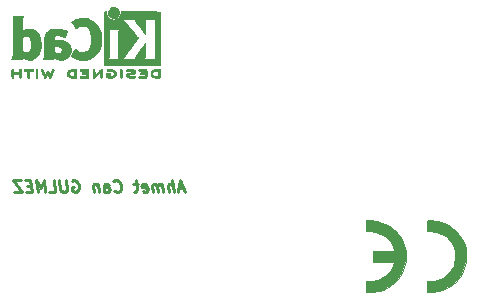
<source format=gbr>
%TF.GenerationSoftware,KiCad,Pcbnew,7.0.6-7.0.6~ubuntu22.10.1*%
%TF.CreationDate,2023-08-26T18:05:47+03:00*%
%TF.ProjectId,MCU Datalogger,4d435520-4461-4746-916c-6f676765722e,rev?*%
%TF.SameCoordinates,Original*%
%TF.FileFunction,Legend,Bot*%
%TF.FilePolarity,Positive*%
%FSLAX46Y46*%
G04 Gerber Fmt 4.6, Leading zero omitted, Abs format (unit mm)*
G04 Created by KiCad (PCBNEW 7.0.6-7.0.6~ubuntu22.10.1) date 2023-08-26 18:05:47*
%MOMM*%
%LPD*%
G01*
G04 APERTURE LIST*
%ADD10C,0.250000*%
%ADD11C,0.010000*%
G04 APERTURE END LIST*
D10*
X93315288Y-72578904D02*
X92839098Y-72578904D01*
X93446241Y-72864619D02*
X92987907Y-71864619D01*
X92987907Y-71864619D02*
X92779574Y-72864619D01*
X92446241Y-72864619D02*
X92321241Y-71864619D01*
X92017669Y-72864619D02*
X91952193Y-72340809D01*
X91952193Y-72340809D02*
X91987907Y-72245571D01*
X91987907Y-72245571D02*
X92077193Y-72197952D01*
X92077193Y-72197952D02*
X92220050Y-72197952D01*
X92220050Y-72197952D02*
X92321241Y-72245571D01*
X92321241Y-72245571D02*
X92374812Y-72293190D01*
X91541479Y-72864619D02*
X91458145Y-72197952D01*
X91470050Y-72293190D02*
X91416479Y-72245571D01*
X91416479Y-72245571D02*
X91315288Y-72197952D01*
X91315288Y-72197952D02*
X91172431Y-72197952D01*
X91172431Y-72197952D02*
X91083145Y-72245571D01*
X91083145Y-72245571D02*
X91047431Y-72340809D01*
X91047431Y-72340809D02*
X91112907Y-72864619D01*
X91047431Y-72340809D02*
X90987907Y-72245571D01*
X90987907Y-72245571D02*
X90886717Y-72197952D01*
X90886717Y-72197952D02*
X90743860Y-72197952D01*
X90743860Y-72197952D02*
X90654574Y-72245571D01*
X90654574Y-72245571D02*
X90618860Y-72340809D01*
X90618860Y-72340809D02*
X90684336Y-72864619D01*
X89821241Y-72817000D02*
X89922431Y-72864619D01*
X89922431Y-72864619D02*
X90112908Y-72864619D01*
X90112908Y-72864619D02*
X90202193Y-72817000D01*
X90202193Y-72817000D02*
X90237908Y-72721761D01*
X90237908Y-72721761D02*
X90190289Y-72340809D01*
X90190289Y-72340809D02*
X90130765Y-72245571D01*
X90130765Y-72245571D02*
X90029574Y-72197952D01*
X90029574Y-72197952D02*
X89839098Y-72197952D01*
X89839098Y-72197952D02*
X89749812Y-72245571D01*
X89749812Y-72245571D02*
X89714098Y-72340809D01*
X89714098Y-72340809D02*
X89726003Y-72436047D01*
X89726003Y-72436047D02*
X90214098Y-72531285D01*
X89410526Y-72197952D02*
X89029574Y-72197952D01*
X89226003Y-71864619D02*
X89333146Y-72721761D01*
X89333146Y-72721761D02*
X89297431Y-72817000D01*
X89297431Y-72817000D02*
X89208146Y-72864619D01*
X89208146Y-72864619D02*
X89112907Y-72864619D01*
X87434335Y-72769380D02*
X87487907Y-72817000D01*
X87487907Y-72817000D02*
X87636716Y-72864619D01*
X87636716Y-72864619D02*
X87731954Y-72864619D01*
X87731954Y-72864619D02*
X87868859Y-72817000D01*
X87868859Y-72817000D02*
X87952192Y-72721761D01*
X87952192Y-72721761D02*
X87987907Y-72626523D01*
X87987907Y-72626523D02*
X88011716Y-72436047D01*
X88011716Y-72436047D02*
X87993859Y-72293190D01*
X87993859Y-72293190D02*
X87922431Y-72102714D01*
X87922431Y-72102714D02*
X87862907Y-72007476D01*
X87862907Y-72007476D02*
X87755764Y-71912238D01*
X87755764Y-71912238D02*
X87606954Y-71864619D01*
X87606954Y-71864619D02*
X87511716Y-71864619D01*
X87511716Y-71864619D02*
X87374812Y-71912238D01*
X87374812Y-71912238D02*
X87333145Y-71959857D01*
X86589097Y-72864619D02*
X86523621Y-72340809D01*
X86523621Y-72340809D02*
X86559335Y-72245571D01*
X86559335Y-72245571D02*
X86648621Y-72197952D01*
X86648621Y-72197952D02*
X86839097Y-72197952D01*
X86839097Y-72197952D02*
X86940288Y-72245571D01*
X86583145Y-72817000D02*
X86684335Y-72864619D01*
X86684335Y-72864619D02*
X86922431Y-72864619D01*
X86922431Y-72864619D02*
X87011716Y-72817000D01*
X87011716Y-72817000D02*
X87047431Y-72721761D01*
X87047431Y-72721761D02*
X87035526Y-72626523D01*
X87035526Y-72626523D02*
X86976002Y-72531285D01*
X86976002Y-72531285D02*
X86874812Y-72483666D01*
X86874812Y-72483666D02*
X86636716Y-72483666D01*
X86636716Y-72483666D02*
X86535526Y-72436047D01*
X86029573Y-72197952D02*
X86112907Y-72864619D01*
X86041478Y-72293190D02*
X85987907Y-72245571D01*
X85987907Y-72245571D02*
X85886716Y-72197952D01*
X85886716Y-72197952D02*
X85743859Y-72197952D01*
X85743859Y-72197952D02*
X85654573Y-72245571D01*
X85654573Y-72245571D02*
X85618859Y-72340809D01*
X85618859Y-72340809D02*
X85684335Y-72864619D01*
X83803383Y-71912238D02*
X83892668Y-71864619D01*
X83892668Y-71864619D02*
X84035525Y-71864619D01*
X84035525Y-71864619D02*
X84184335Y-71912238D01*
X84184335Y-71912238D02*
X84291478Y-72007476D01*
X84291478Y-72007476D02*
X84351002Y-72102714D01*
X84351002Y-72102714D02*
X84422430Y-72293190D01*
X84422430Y-72293190D02*
X84440287Y-72436047D01*
X84440287Y-72436047D02*
X84416478Y-72626523D01*
X84416478Y-72626523D02*
X84380763Y-72721761D01*
X84380763Y-72721761D02*
X84297430Y-72817000D01*
X84297430Y-72817000D02*
X84160525Y-72864619D01*
X84160525Y-72864619D02*
X84065287Y-72864619D01*
X84065287Y-72864619D02*
X83916478Y-72817000D01*
X83916478Y-72817000D02*
X83862906Y-72769380D01*
X83862906Y-72769380D02*
X83821240Y-72436047D01*
X83821240Y-72436047D02*
X84011716Y-72436047D01*
X83321240Y-71864619D02*
X83422430Y-72674142D01*
X83422430Y-72674142D02*
X83386716Y-72769380D01*
X83386716Y-72769380D02*
X83345049Y-72817000D01*
X83345049Y-72817000D02*
X83255763Y-72864619D01*
X83255763Y-72864619D02*
X83065287Y-72864619D01*
X83065287Y-72864619D02*
X82964097Y-72817000D01*
X82964097Y-72817000D02*
X82910525Y-72769380D01*
X82910525Y-72769380D02*
X82851002Y-72674142D01*
X82851002Y-72674142D02*
X82749811Y-71864619D01*
X81922430Y-72864619D02*
X82398621Y-72864619D01*
X82398621Y-72864619D02*
X82273621Y-71864619D01*
X81589097Y-72864619D02*
X81464097Y-71864619D01*
X81464097Y-71864619D02*
X81220049Y-72578904D01*
X81220049Y-72578904D02*
X80797430Y-71864619D01*
X80797430Y-71864619D02*
X80922430Y-72864619D01*
X80380763Y-72340809D02*
X80047430Y-72340809D01*
X79970049Y-72864619D02*
X80446240Y-72864619D01*
X80446240Y-72864619D02*
X80321240Y-71864619D01*
X80321240Y-71864619D02*
X79845049Y-71864619D01*
X79511716Y-71864619D02*
X78845049Y-71864619D01*
X78845049Y-71864619D02*
X79636716Y-72864619D01*
X79636716Y-72864619D02*
X78970049Y-72864619D01*
%TO.C,REF\u002A\u002A*%
D11*
X114223764Y-75284612D02*
X114312450Y-75286413D01*
X114399419Y-75289212D01*
X114479782Y-75292930D01*
X114548646Y-75297490D01*
X114601120Y-75302813D01*
X114791921Y-75334241D01*
X115065623Y-75401153D01*
X115329787Y-75491971D01*
X115583047Y-75605897D01*
X115824041Y-75742133D01*
X116051402Y-75899882D01*
X116263767Y-76078344D01*
X116459770Y-76276723D01*
X116638048Y-76494218D01*
X116716872Y-76605017D01*
X116864354Y-76845637D01*
X116988081Y-77097714D01*
X117087795Y-77360614D01*
X117163241Y-77633706D01*
X117214162Y-77916354D01*
X117217963Y-77948472D01*
X117225334Y-78042014D01*
X117230066Y-78151854D01*
X117232161Y-78270887D01*
X117231618Y-78392009D01*
X117228437Y-78508118D01*
X117222618Y-78612107D01*
X117214162Y-78696875D01*
X117200945Y-78785709D01*
X117142808Y-79062383D01*
X117060958Y-79329070D01*
X116956385Y-79584573D01*
X116830079Y-79827698D01*
X116683030Y-80057247D01*
X116516227Y-80272026D01*
X116330660Y-80470838D01*
X116127320Y-80652487D01*
X115907195Y-80815777D01*
X115671277Y-80959513D01*
X115420553Y-81082498D01*
X115156016Y-81183536D01*
X115074934Y-81208667D01*
X114947338Y-81243083D01*
X114814872Y-81273706D01*
X114687271Y-81298341D01*
X114574271Y-81314789D01*
X114573762Y-81314847D01*
X114528417Y-81318531D01*
X114465909Y-81321663D01*
X114391083Y-81324197D01*
X114308783Y-81326083D01*
X114223854Y-81327274D01*
X114141142Y-81327723D01*
X114065490Y-81327382D01*
X114001744Y-81326203D01*
X113954749Y-81324138D01*
X113929349Y-81321141D01*
X113899583Y-81313164D01*
X113899583Y-80396186D01*
X114174089Y-80396504D01*
X114229233Y-80396352D01*
X114354742Y-80393680D01*
X114462894Y-80387016D01*
X114560130Y-80375463D01*
X114652893Y-80358129D01*
X114747623Y-80334118D01*
X114850763Y-80302535D01*
X115034252Y-80233336D01*
X115242307Y-80129931D01*
X115435845Y-80005719D01*
X115613579Y-79862168D01*
X115774219Y-79700748D01*
X115916478Y-79522928D01*
X116039069Y-79330177D01*
X116140701Y-79123965D01*
X116220089Y-78905759D01*
X116275943Y-78677031D01*
X116277181Y-78670233D01*
X116289149Y-78580571D01*
X116297116Y-78473837D01*
X116301074Y-78357234D01*
X116301015Y-78237965D01*
X116296934Y-78123234D01*
X116288823Y-78020244D01*
X116276674Y-77936197D01*
X116256515Y-77843629D01*
X116188456Y-77614193D01*
X116097234Y-77396394D01*
X115983527Y-77191520D01*
X115848015Y-77000861D01*
X115691378Y-76825705D01*
X115632099Y-76768408D01*
X115479702Y-76639326D01*
X115317062Y-76527977D01*
X115136511Y-76428879D01*
X115060803Y-76392911D01*
X114878168Y-76318839D01*
X114697580Y-76265075D01*
X114513141Y-76230382D01*
X114318953Y-76213523D01*
X114109119Y-76213259D01*
X113899583Y-76220530D01*
X113899583Y-75300065D01*
X113929349Y-75292088D01*
X113949697Y-75288945D01*
X113996330Y-75285975D01*
X114060813Y-75284315D01*
X114138255Y-75283887D01*
X114223764Y-75284612D01*
G36*
X114223764Y-75284612D02*
G01*
X114312450Y-75286413D01*
X114399419Y-75289212D01*
X114479782Y-75292930D01*
X114548646Y-75297490D01*
X114601120Y-75302813D01*
X114791921Y-75334241D01*
X115065623Y-75401153D01*
X115329787Y-75491971D01*
X115583047Y-75605897D01*
X115824041Y-75742133D01*
X116051402Y-75899882D01*
X116263767Y-76078344D01*
X116459770Y-76276723D01*
X116638048Y-76494218D01*
X116716872Y-76605017D01*
X116864354Y-76845637D01*
X116988081Y-77097714D01*
X117087795Y-77360614D01*
X117163241Y-77633706D01*
X117214162Y-77916354D01*
X117217963Y-77948472D01*
X117225334Y-78042014D01*
X117230066Y-78151854D01*
X117232161Y-78270887D01*
X117231618Y-78392009D01*
X117228437Y-78508118D01*
X117222618Y-78612107D01*
X117214162Y-78696875D01*
X117200945Y-78785709D01*
X117142808Y-79062383D01*
X117060958Y-79329070D01*
X116956385Y-79584573D01*
X116830079Y-79827698D01*
X116683030Y-80057247D01*
X116516227Y-80272026D01*
X116330660Y-80470838D01*
X116127320Y-80652487D01*
X115907195Y-80815777D01*
X115671277Y-80959513D01*
X115420553Y-81082498D01*
X115156016Y-81183536D01*
X115074934Y-81208667D01*
X114947338Y-81243083D01*
X114814872Y-81273706D01*
X114687271Y-81298341D01*
X114574271Y-81314789D01*
X114573762Y-81314847D01*
X114528417Y-81318531D01*
X114465909Y-81321663D01*
X114391083Y-81324197D01*
X114308783Y-81326083D01*
X114223854Y-81327274D01*
X114141142Y-81327723D01*
X114065490Y-81327382D01*
X114001744Y-81326203D01*
X113954749Y-81324138D01*
X113929349Y-81321141D01*
X113899583Y-81313164D01*
X113899583Y-80396186D01*
X114174089Y-80396504D01*
X114229233Y-80396352D01*
X114354742Y-80393680D01*
X114462894Y-80387016D01*
X114560130Y-80375463D01*
X114652893Y-80358129D01*
X114747623Y-80334118D01*
X114850763Y-80302535D01*
X115034252Y-80233336D01*
X115242307Y-80129931D01*
X115435845Y-80005719D01*
X115613579Y-79862168D01*
X115774219Y-79700748D01*
X115916478Y-79522928D01*
X116039069Y-79330177D01*
X116140701Y-79123965D01*
X116220089Y-78905759D01*
X116275943Y-78677031D01*
X116277181Y-78670233D01*
X116289149Y-78580571D01*
X116297116Y-78473837D01*
X116301074Y-78357234D01*
X116301015Y-78237965D01*
X116296934Y-78123234D01*
X116288823Y-78020244D01*
X116276674Y-77936197D01*
X116256515Y-77843629D01*
X116188456Y-77614193D01*
X116097234Y-77396394D01*
X115983527Y-77191520D01*
X115848015Y-77000861D01*
X115691378Y-76825705D01*
X115632099Y-76768408D01*
X115479702Y-76639326D01*
X115317062Y-76527977D01*
X115136511Y-76428879D01*
X115060803Y-76392911D01*
X114878168Y-76318839D01*
X114697580Y-76265075D01*
X114513141Y-76230382D01*
X114318953Y-76213523D01*
X114109119Y-76213259D01*
X113899583Y-76220530D01*
X113899583Y-75300065D01*
X113929349Y-75292088D01*
X113949697Y-75288945D01*
X113996330Y-75285975D01*
X114060813Y-75284315D01*
X114138255Y-75283887D01*
X114223764Y-75284612D01*
G37*
X109047787Y-75284008D02*
X109159313Y-75284968D01*
X109292615Y-75289356D01*
X109412480Y-75297981D01*
X109526300Y-75311592D01*
X109641470Y-75330938D01*
X109765381Y-75356769D01*
X109865691Y-75381267D01*
X110122400Y-75462322D01*
X110372491Y-75567517D01*
X110613515Y-75695325D01*
X110843027Y-75844214D01*
X111058578Y-76012656D01*
X111257720Y-76199121D01*
X111438007Y-76402079D01*
X111441427Y-76406325D01*
X111602924Y-76628177D01*
X111743879Y-76865877D01*
X111863609Y-77117809D01*
X111961431Y-77382354D01*
X112036661Y-77657894D01*
X112088617Y-77942812D01*
X112094662Y-78000752D01*
X112099834Y-78087298D01*
X112102981Y-78187925D01*
X112104105Y-78296009D01*
X112103208Y-78404923D01*
X112100292Y-78508046D01*
X112095359Y-78598751D01*
X112088410Y-78670416D01*
X112085865Y-78689155D01*
X112034588Y-78967092D01*
X111959289Y-79238532D01*
X111860975Y-79501089D01*
X111740652Y-79752378D01*
X111599327Y-79990012D01*
X111438007Y-80211607D01*
X111401460Y-80255859D01*
X111267650Y-80401982D01*
X111116573Y-80546431D01*
X110954786Y-80683545D01*
X110788844Y-80807667D01*
X110625303Y-80913135D01*
X110569501Y-80945068D01*
X110356315Y-81052465D01*
X110130575Y-81145284D01*
X109898614Y-81221376D01*
X109666763Y-81278594D01*
X109441354Y-81314789D01*
X109434289Y-81315526D01*
X109385821Y-81318981D01*
X109317842Y-81322126D01*
X109236109Y-81324766D01*
X109146376Y-81326709D01*
X109054401Y-81327762D01*
X108766667Y-81329479D01*
X108766667Y-80396776D01*
X109054401Y-80396799D01*
X109125141Y-80396664D01*
X109210832Y-80395769D01*
X109279119Y-80393702D01*
X109335391Y-80390078D01*
X109385042Y-80384513D01*
X109433462Y-80376622D01*
X109486044Y-80366021D01*
X109491745Y-80364794D01*
X109725262Y-80301206D01*
X109946309Y-80214624D01*
X110153891Y-80105719D01*
X110347010Y-79975163D01*
X110524667Y-79823630D01*
X110685866Y-79651791D01*
X110829608Y-79460319D01*
X110839064Y-79445967D01*
X110895440Y-79351569D01*
X110951718Y-79243892D01*
X111004815Y-79129878D01*
X111051648Y-79016469D01*
X111089136Y-78910611D01*
X111114196Y-78819244D01*
X111123561Y-78776250D01*
X109361979Y-78776250D01*
X109361979Y-77836979D01*
X111123561Y-77836979D01*
X111114196Y-77793984D01*
X111108102Y-77768388D01*
X111080625Y-77677488D01*
X111042318Y-77573702D01*
X110996164Y-77463866D01*
X110945145Y-77354820D01*
X110892244Y-77253402D01*
X110840446Y-77166449D01*
X110815807Y-77129379D01*
X110675547Y-76946430D01*
X110515951Y-76780418D01*
X110338780Y-76632544D01*
X110145799Y-76504009D01*
X109938768Y-76396012D01*
X109719451Y-76309754D01*
X109489611Y-76246436D01*
X109455711Y-76239308D01*
X109409012Y-76231008D01*
X109361524Y-76224996D01*
X109308112Y-76220914D01*
X109243645Y-76218408D01*
X109162990Y-76217120D01*
X109061015Y-76216695D01*
X108766665Y-76216406D01*
X108766667Y-75283750D01*
X109047787Y-75284008D01*
G36*
X109047787Y-75284008D02*
G01*
X109159313Y-75284968D01*
X109292615Y-75289356D01*
X109412480Y-75297981D01*
X109526300Y-75311592D01*
X109641470Y-75330938D01*
X109765381Y-75356769D01*
X109865691Y-75381267D01*
X110122400Y-75462322D01*
X110372491Y-75567517D01*
X110613515Y-75695325D01*
X110843027Y-75844214D01*
X111058578Y-76012656D01*
X111257720Y-76199121D01*
X111438007Y-76402079D01*
X111441427Y-76406325D01*
X111602924Y-76628177D01*
X111743879Y-76865877D01*
X111863609Y-77117809D01*
X111961431Y-77382354D01*
X112036661Y-77657894D01*
X112088617Y-77942812D01*
X112094662Y-78000752D01*
X112099834Y-78087298D01*
X112102981Y-78187925D01*
X112104105Y-78296009D01*
X112103208Y-78404923D01*
X112100292Y-78508046D01*
X112095359Y-78598751D01*
X112088410Y-78670416D01*
X112085865Y-78689155D01*
X112034588Y-78967092D01*
X111959289Y-79238532D01*
X111860975Y-79501089D01*
X111740652Y-79752378D01*
X111599327Y-79990012D01*
X111438007Y-80211607D01*
X111401460Y-80255859D01*
X111267650Y-80401982D01*
X111116573Y-80546431D01*
X110954786Y-80683545D01*
X110788844Y-80807667D01*
X110625303Y-80913135D01*
X110569501Y-80945068D01*
X110356315Y-81052465D01*
X110130575Y-81145284D01*
X109898614Y-81221376D01*
X109666763Y-81278594D01*
X109441354Y-81314789D01*
X109434289Y-81315526D01*
X109385821Y-81318981D01*
X109317842Y-81322126D01*
X109236109Y-81324766D01*
X109146376Y-81326709D01*
X109054401Y-81327762D01*
X108766667Y-81329479D01*
X108766667Y-80396776D01*
X109054401Y-80396799D01*
X109125141Y-80396664D01*
X109210832Y-80395769D01*
X109279119Y-80393702D01*
X109335391Y-80390078D01*
X109385042Y-80384513D01*
X109433462Y-80376622D01*
X109486044Y-80366021D01*
X109491745Y-80364794D01*
X109725262Y-80301206D01*
X109946309Y-80214624D01*
X110153891Y-80105719D01*
X110347010Y-79975163D01*
X110524667Y-79823630D01*
X110685866Y-79651791D01*
X110829608Y-79460319D01*
X110839064Y-79445967D01*
X110895440Y-79351569D01*
X110951718Y-79243892D01*
X111004815Y-79129878D01*
X111051648Y-79016469D01*
X111089136Y-78910611D01*
X111114196Y-78819244D01*
X111123561Y-78776250D01*
X109361979Y-78776250D01*
X109361979Y-77836979D01*
X111123561Y-77836979D01*
X111114196Y-77793984D01*
X111108102Y-77768388D01*
X111080625Y-77677488D01*
X111042318Y-77573702D01*
X110996164Y-77463866D01*
X110945145Y-77354820D01*
X110892244Y-77253402D01*
X110840446Y-77166449D01*
X110815807Y-77129379D01*
X110675547Y-76946430D01*
X110515951Y-76780418D01*
X110338780Y-76632544D01*
X110145799Y-76504009D01*
X109938768Y-76396012D01*
X109719451Y-76309754D01*
X109489611Y-76246436D01*
X109455711Y-76239308D01*
X109409012Y-76231008D01*
X109361524Y-76224996D01*
X109308112Y-76220914D01*
X109243645Y-76218408D01*
X109162990Y-76217120D01*
X109061015Y-76216695D01*
X108766665Y-76216406D01*
X108766667Y-75283750D01*
X109047787Y-75284008D01*
G37*
X80855406Y-62474949D02*
X80881127Y-62490647D01*
X80907778Y-62512227D01*
X80907778Y-63159684D01*
X80881127Y-63181264D01*
X80849767Y-63198739D01*
X80813966Y-63199575D01*
X80782528Y-63179082D01*
X80778652Y-63174416D01*
X80773186Y-63164949D01*
X80768979Y-63151267D01*
X80765867Y-63130748D01*
X80763687Y-63100768D01*
X80762276Y-63058704D01*
X80761471Y-63001932D01*
X80761107Y-62927830D01*
X80761022Y-62833773D01*
X80761022Y-62512227D01*
X80787673Y-62490647D01*
X80811386Y-62475877D01*
X80834400Y-62469067D01*
X80855406Y-62474949D01*
G36*
X80855406Y-62474949D02*
G01*
X80881127Y-62490647D01*
X80907778Y-62512227D01*
X80907778Y-63159684D01*
X80881127Y-63181264D01*
X80849767Y-63198739D01*
X80813966Y-63199575D01*
X80782528Y-63179082D01*
X80778652Y-63174416D01*
X80773186Y-63164949D01*
X80768979Y-63151267D01*
X80765867Y-63130748D01*
X80763687Y-63100768D01*
X80762276Y-63058704D01*
X80761471Y-63001932D01*
X80761107Y-62927830D01*
X80761022Y-62833773D01*
X80761022Y-62512227D01*
X80787673Y-62490647D01*
X80811386Y-62475877D01*
X80834400Y-62469067D01*
X80855406Y-62474949D01*
G37*
X87986137Y-62473463D02*
X88020291Y-62496776D01*
X88048000Y-62524485D01*
X88048000Y-62837537D01*
X88047959Y-62921567D01*
X88047701Y-62995789D01*
X88047030Y-63052541D01*
X88045752Y-63094512D01*
X88043673Y-63124389D01*
X88040599Y-63144861D01*
X88036334Y-63158614D01*
X88030684Y-63168337D01*
X88023455Y-63176717D01*
X87991991Y-63198181D01*
X87956826Y-63199947D01*
X87923822Y-63180267D01*
X87918516Y-63174398D01*
X87913066Y-63165314D01*
X87908900Y-63151973D01*
X87905846Y-63131757D01*
X87903732Y-63102049D01*
X87902386Y-63060232D01*
X87901638Y-63003689D01*
X87901314Y-62929802D01*
X87901245Y-62835956D01*
X87901284Y-62760294D01*
X87901539Y-62682385D01*
X87902183Y-62622375D01*
X87903387Y-62577648D01*
X87905324Y-62545585D01*
X87908164Y-62523571D01*
X87912079Y-62508987D01*
X87917242Y-62499218D01*
X87923822Y-62491645D01*
X87953006Y-62472623D01*
X87986137Y-62473463D01*
G36*
X87986137Y-62473463D02*
G01*
X88020291Y-62496776D01*
X88048000Y-62524485D01*
X88048000Y-62837537D01*
X88047959Y-62921567D01*
X88047701Y-62995789D01*
X88047030Y-63052541D01*
X88045752Y-63094512D01*
X88043673Y-63124389D01*
X88040599Y-63144861D01*
X88036334Y-63158614D01*
X88030684Y-63168337D01*
X88023455Y-63176717D01*
X87991991Y-63198181D01*
X87956826Y-63199947D01*
X87923822Y-63180267D01*
X87918516Y-63174398D01*
X87913066Y-63165314D01*
X87908900Y-63151973D01*
X87905846Y-63131757D01*
X87903732Y-63102049D01*
X87902386Y-63060232D01*
X87901638Y-63003689D01*
X87901314Y-62929802D01*
X87901245Y-62835956D01*
X87901284Y-62760294D01*
X87901539Y-62682385D01*
X87902183Y-62622375D01*
X87903387Y-62577648D01*
X87905324Y-62545585D01*
X87908164Y-62523571D01*
X87912079Y-62508987D01*
X87917242Y-62499218D01*
X87923822Y-62491645D01*
X87953006Y-62472623D01*
X87986137Y-62473463D01*
G37*
X87454562Y-57232850D02*
X87537313Y-57260053D01*
X87612406Y-57305484D01*
X87684298Y-57371302D01*
X87722846Y-57415567D01*
X87762256Y-57473961D01*
X87787446Y-57534586D01*
X87800861Y-57603865D01*
X87804948Y-57688222D01*
X87804669Y-57734307D01*
X87802460Y-57775450D01*
X87796894Y-57807582D01*
X87786586Y-57838122D01*
X87770148Y-57874489D01*
X87756200Y-57901728D01*
X87697665Y-57987429D01*
X87625619Y-58056617D01*
X87541947Y-58107741D01*
X87448531Y-58139250D01*
X87415434Y-58146225D01*
X87374960Y-58153094D01*
X87341999Y-58154919D01*
X87307698Y-58151947D01*
X87263200Y-58144426D01*
X87211934Y-58132002D01*
X87121434Y-58094112D01*
X87042345Y-58039836D01*
X86976528Y-57971770D01*
X86925840Y-57892511D01*
X86892140Y-57804654D01*
X86877286Y-57710795D01*
X86883136Y-57613530D01*
X86909399Y-57517220D01*
X86954418Y-57428494D01*
X87015373Y-57353419D01*
X87090184Y-57293641D01*
X87176768Y-57250809D01*
X87273043Y-57226571D01*
X87376928Y-57222576D01*
X87454562Y-57232850D01*
G36*
X87454562Y-57232850D02*
G01*
X87537313Y-57260053D01*
X87612406Y-57305484D01*
X87684298Y-57371302D01*
X87722846Y-57415567D01*
X87762256Y-57473961D01*
X87787446Y-57534586D01*
X87800861Y-57603865D01*
X87804948Y-57688222D01*
X87804669Y-57734307D01*
X87802460Y-57775450D01*
X87796894Y-57807582D01*
X87786586Y-57838122D01*
X87770148Y-57874489D01*
X87756200Y-57901728D01*
X87697665Y-57987429D01*
X87625619Y-58056617D01*
X87541947Y-58107741D01*
X87448531Y-58139250D01*
X87415434Y-58146225D01*
X87374960Y-58153094D01*
X87341999Y-58154919D01*
X87307698Y-58151947D01*
X87263200Y-58144426D01*
X87211934Y-58132002D01*
X87121434Y-58094112D01*
X87042345Y-58039836D01*
X86976528Y-57971770D01*
X86925840Y-57892511D01*
X86892140Y-57804654D01*
X86877286Y-57710795D01*
X86883136Y-57613530D01*
X86909399Y-57517220D01*
X86954418Y-57428494D01*
X87015373Y-57353419D01*
X87090184Y-57293641D01*
X87176768Y-57250809D01*
X87273043Y-57226571D01*
X87376928Y-57222576D01*
X87454562Y-57232850D01*
G37*
X80155767Y-62469068D02*
X80249890Y-62469158D01*
X80324405Y-62469498D01*
X80381811Y-62470239D01*
X80424611Y-62471535D01*
X80455304Y-62473537D01*
X80476391Y-62476396D01*
X80490373Y-62480266D01*
X80499750Y-62485298D01*
X80507022Y-62491645D01*
X80525828Y-62524362D01*
X80527275Y-62561939D01*
X80510917Y-62595178D01*
X80509557Y-62596631D01*
X80498354Y-62604992D01*
X80481252Y-62610547D01*
X80454082Y-62613840D01*
X80412678Y-62615418D01*
X80352873Y-62615822D01*
X80213511Y-62615822D01*
X80213511Y-62879589D01*
X80213436Y-62955417D01*
X80213028Y-63022083D01*
X80212046Y-63071867D01*
X80210250Y-63107784D01*
X80207399Y-63132850D01*
X80203253Y-63150081D01*
X80197571Y-63162492D01*
X80190114Y-63173100D01*
X80187824Y-63175906D01*
X80156646Y-63198548D01*
X80122266Y-63200112D01*
X80089334Y-63180267D01*
X80082355Y-63172191D01*
X80076883Y-63161593D01*
X80072863Y-63145749D01*
X80070072Y-63121773D01*
X80068288Y-63086774D01*
X80067289Y-63037864D01*
X80066852Y-62972154D01*
X80066756Y-62886756D01*
X80066756Y-62615822D01*
X79920820Y-62615822D01*
X79909720Y-62615821D01*
X79853202Y-62615596D01*
X79814358Y-62614457D01*
X79788965Y-62611657D01*
X79772804Y-62606450D01*
X79761652Y-62598089D01*
X79751289Y-62585826D01*
X79735441Y-62555138D01*
X79738543Y-62521358D01*
X79764187Y-62488822D01*
X79769129Y-62485105D01*
X79779338Y-62480269D01*
X79794764Y-62476506D01*
X79817886Y-62473683D01*
X79851183Y-62471670D01*
X79897137Y-62470333D01*
X79958228Y-62469542D01*
X80036935Y-62469163D01*
X80135740Y-62469067D01*
X80155767Y-62469068D01*
G36*
X80155767Y-62469068D02*
G01*
X80249890Y-62469158D01*
X80324405Y-62469498D01*
X80381811Y-62470239D01*
X80424611Y-62471535D01*
X80455304Y-62473537D01*
X80476391Y-62476396D01*
X80490373Y-62480266D01*
X80499750Y-62485298D01*
X80507022Y-62491645D01*
X80525828Y-62524362D01*
X80527275Y-62561939D01*
X80510917Y-62595178D01*
X80509557Y-62596631D01*
X80498354Y-62604992D01*
X80481252Y-62610547D01*
X80454082Y-62613840D01*
X80412678Y-62615418D01*
X80352873Y-62615822D01*
X80213511Y-62615822D01*
X80213511Y-62879589D01*
X80213436Y-62955417D01*
X80213028Y-63022083D01*
X80212046Y-63071867D01*
X80210250Y-63107784D01*
X80207399Y-63132850D01*
X80203253Y-63150081D01*
X80197571Y-63162492D01*
X80190114Y-63173100D01*
X80187824Y-63175906D01*
X80156646Y-63198548D01*
X80122266Y-63200112D01*
X80089334Y-63180267D01*
X80082355Y-63172191D01*
X80076883Y-63161593D01*
X80072863Y-63145749D01*
X80070072Y-63121773D01*
X80068288Y-63086774D01*
X80067289Y-63037864D01*
X80066852Y-62972154D01*
X80066756Y-62886756D01*
X80066756Y-62615822D01*
X79920820Y-62615822D01*
X79909720Y-62615821D01*
X79853202Y-62615596D01*
X79814358Y-62614457D01*
X79788965Y-62611657D01*
X79772804Y-62606450D01*
X79761652Y-62598089D01*
X79751289Y-62585826D01*
X79735441Y-62555138D01*
X79738543Y-62521358D01*
X79764187Y-62488822D01*
X79769129Y-62485105D01*
X79779338Y-62480269D01*
X79794764Y-62476506D01*
X79817886Y-62473683D01*
X79851183Y-62471670D01*
X79897137Y-62470333D01*
X79958228Y-62469542D01*
X80036935Y-62469163D01*
X80135740Y-62469067D01*
X80155767Y-62469068D01*
G37*
X79479734Y-62491645D02*
X79485366Y-62497835D01*
X79490456Y-62506041D01*
X79494543Y-62517817D01*
X79497721Y-62535276D01*
X79500087Y-62560530D01*
X79501738Y-62595690D01*
X79502769Y-62642869D01*
X79503277Y-62704177D01*
X79503359Y-62781727D01*
X79503109Y-62877631D01*
X79502625Y-62994000D01*
X79502557Y-63008175D01*
X79501971Y-63069937D01*
X79500648Y-63113620D01*
X79498103Y-63143001D01*
X79493848Y-63161855D01*
X79487396Y-63173959D01*
X79478262Y-63183089D01*
X79444804Y-63200506D01*
X79409856Y-63197604D01*
X79378953Y-63173100D01*
X79369944Y-63159897D01*
X79362492Y-63141361D01*
X79358124Y-63115333D01*
X79356069Y-63076787D01*
X79355556Y-63020700D01*
X79355556Y-62898045D01*
X78858845Y-62898045D01*
X78858845Y-63032871D01*
X78858772Y-63068662D01*
X78858009Y-63114992D01*
X78855833Y-63145526D01*
X78851536Y-63164557D01*
X78844412Y-63176374D01*
X78833755Y-63185271D01*
X78801504Y-63200341D01*
X78766217Y-63197673D01*
X78735486Y-63173100D01*
X78730831Y-63166845D01*
X78724895Y-63156321D01*
X78720364Y-63142391D01*
X78717048Y-63122317D01*
X78714759Y-63093360D01*
X78713308Y-63052780D01*
X78712505Y-62997840D01*
X78712162Y-62925799D01*
X78712089Y-62833920D01*
X78712089Y-62524485D01*
X78739798Y-62496776D01*
X78771177Y-62474533D01*
X78804406Y-62471844D01*
X78836267Y-62491645D01*
X78844553Y-62501415D01*
X78851965Y-62517307D01*
X78856302Y-62541275D01*
X78858338Y-62578148D01*
X78858845Y-62632756D01*
X78858845Y-62751289D01*
X79355556Y-62751289D01*
X79355556Y-62635776D01*
X79355994Y-62584078D01*
X79357958Y-62549554D01*
X79362474Y-62526978D01*
X79370567Y-62511126D01*
X79383265Y-62496776D01*
X79414643Y-62474533D01*
X79447872Y-62471844D01*
X79479734Y-62491645D01*
G36*
X79479734Y-62491645D02*
G01*
X79485366Y-62497835D01*
X79490456Y-62506041D01*
X79494543Y-62517817D01*
X79497721Y-62535276D01*
X79500087Y-62560530D01*
X79501738Y-62595690D01*
X79502769Y-62642869D01*
X79503277Y-62704177D01*
X79503359Y-62781727D01*
X79503109Y-62877631D01*
X79502625Y-62994000D01*
X79502557Y-63008175D01*
X79501971Y-63069937D01*
X79500648Y-63113620D01*
X79498103Y-63143001D01*
X79493848Y-63161855D01*
X79487396Y-63173959D01*
X79478262Y-63183089D01*
X79444804Y-63200506D01*
X79409856Y-63197604D01*
X79378953Y-63173100D01*
X79369944Y-63159897D01*
X79362492Y-63141361D01*
X79358124Y-63115333D01*
X79356069Y-63076787D01*
X79355556Y-63020700D01*
X79355556Y-62898045D01*
X78858845Y-62898045D01*
X78858845Y-63032871D01*
X78858772Y-63068662D01*
X78858009Y-63114992D01*
X78855833Y-63145526D01*
X78851536Y-63164557D01*
X78844412Y-63176374D01*
X78833755Y-63185271D01*
X78801504Y-63200341D01*
X78766217Y-63197673D01*
X78735486Y-63173100D01*
X78730831Y-63166845D01*
X78724895Y-63156321D01*
X78720364Y-63142391D01*
X78717048Y-63122317D01*
X78714759Y-63093360D01*
X78713308Y-63052780D01*
X78712505Y-62997840D01*
X78712162Y-62925799D01*
X78712089Y-62833920D01*
X78712089Y-62524485D01*
X78739798Y-62496776D01*
X78771177Y-62474533D01*
X78804406Y-62471844D01*
X78836267Y-62491645D01*
X78844553Y-62501415D01*
X78851965Y-62517307D01*
X78856302Y-62541275D01*
X78858338Y-62578148D01*
X78858845Y-62632756D01*
X78858845Y-62751289D01*
X79355556Y-62751289D01*
X79355556Y-62635776D01*
X79355994Y-62584078D01*
X79357958Y-62549554D01*
X79362474Y-62526978D01*
X79370567Y-62511126D01*
X79383265Y-62496776D01*
X79414643Y-62474533D01*
X79447872Y-62471844D01*
X79479734Y-62491645D01*
G37*
X84185133Y-63080396D02*
X84183163Y-63113175D01*
X84180235Y-63136095D01*
X84176158Y-63151897D01*
X84170743Y-63163319D01*
X84163803Y-63173100D01*
X84140406Y-63202845D01*
X83974714Y-63202251D01*
X83939918Y-63201953D01*
X83841435Y-63198522D01*
X83760473Y-63190839D01*
X83693379Y-63178282D01*
X83636496Y-63160227D01*
X83586169Y-63136052D01*
X83582810Y-63134135D01*
X83524998Y-63097417D01*
X83482644Y-63060451D01*
X83449828Y-63016966D01*
X83420628Y-62960689D01*
X83416346Y-62951073D01*
X83393769Y-62887887D01*
X83388034Y-62842333D01*
X83537279Y-62842333D01*
X83542892Y-62867061D01*
X83548618Y-62882939D01*
X83581548Y-62942847D01*
X83628886Y-62988600D01*
X83692652Y-63021736D01*
X83774861Y-63043790D01*
X83777655Y-63044292D01*
X83823940Y-63050255D01*
X83880336Y-63054483D01*
X83935274Y-63056089D01*
X84029156Y-63056089D01*
X84029156Y-62615822D01*
X83941667Y-62616270D01*
X83874747Y-62618746D01*
X83782349Y-62629998D01*
X83703034Y-62649537D01*
X83641060Y-62676511D01*
X83610120Y-62697240D01*
X83582000Y-62727006D01*
X83558660Y-62769434D01*
X83551533Y-62785400D01*
X83539709Y-62817902D01*
X83537279Y-62842333D01*
X83388034Y-62842333D01*
X83386797Y-62832509D01*
X83395399Y-62777483D01*
X83419541Y-62715351D01*
X83420337Y-62713658D01*
X83460788Y-62644236D01*
X83511473Y-62587638D01*
X83574198Y-62543070D01*
X83650774Y-62509741D01*
X83743009Y-62486861D01*
X83852712Y-62473636D01*
X83981691Y-62469275D01*
X83985263Y-62469270D01*
X84045283Y-62469410D01*
X84087214Y-62470446D01*
X84115328Y-62473040D01*
X84133897Y-62477853D01*
X84147194Y-62485544D01*
X84159491Y-62496776D01*
X84187200Y-62524485D01*
X84187200Y-62833920D01*
X84187175Y-62895526D01*
X84186950Y-62974311D01*
X84186332Y-63035021D01*
X84185775Y-63056089D01*
X84185133Y-63080396D01*
G36*
X84185133Y-63080396D02*
G01*
X84183163Y-63113175D01*
X84180235Y-63136095D01*
X84176158Y-63151897D01*
X84170743Y-63163319D01*
X84163803Y-63173100D01*
X84140406Y-63202845D01*
X83974714Y-63202251D01*
X83939918Y-63201953D01*
X83841435Y-63198522D01*
X83760473Y-63190839D01*
X83693379Y-63178282D01*
X83636496Y-63160227D01*
X83586169Y-63136052D01*
X83582810Y-63134135D01*
X83524998Y-63097417D01*
X83482644Y-63060451D01*
X83449828Y-63016966D01*
X83420628Y-62960689D01*
X83416346Y-62951073D01*
X83393769Y-62887887D01*
X83388034Y-62842333D01*
X83537279Y-62842333D01*
X83542892Y-62867061D01*
X83548618Y-62882939D01*
X83581548Y-62942847D01*
X83628886Y-62988600D01*
X83692652Y-63021736D01*
X83774861Y-63043790D01*
X83777655Y-63044292D01*
X83823940Y-63050255D01*
X83880336Y-63054483D01*
X83935274Y-63056089D01*
X84029156Y-63056089D01*
X84029156Y-62615822D01*
X83941667Y-62616270D01*
X83874747Y-62618746D01*
X83782349Y-62629998D01*
X83703034Y-62649537D01*
X83641060Y-62676511D01*
X83610120Y-62697240D01*
X83582000Y-62727006D01*
X83558660Y-62769434D01*
X83551533Y-62785400D01*
X83539709Y-62817902D01*
X83537279Y-62842333D01*
X83388034Y-62842333D01*
X83386797Y-62832509D01*
X83395399Y-62777483D01*
X83419541Y-62715351D01*
X83420337Y-62713658D01*
X83460788Y-62644236D01*
X83511473Y-62587638D01*
X83574198Y-62543070D01*
X83650774Y-62509741D01*
X83743009Y-62486861D01*
X83852712Y-62473636D01*
X83981691Y-62469275D01*
X83985263Y-62469270D01*
X84045283Y-62469410D01*
X84087214Y-62470446D01*
X84115328Y-62473040D01*
X84133897Y-62477853D01*
X84147194Y-62485544D01*
X84159491Y-62496776D01*
X84187200Y-62524485D01*
X84187200Y-62833920D01*
X84187175Y-62895526D01*
X84186950Y-62974311D01*
X84186332Y-63035021D01*
X84185775Y-63056089D01*
X84185133Y-63080396D01*
G37*
X91276817Y-62654427D02*
X91276870Y-62735041D01*
X91276622Y-62835956D01*
X91276583Y-62911617D01*
X91276328Y-62989526D01*
X91275684Y-63049536D01*
X91274480Y-63094264D01*
X91272543Y-63126326D01*
X91269703Y-63148340D01*
X91265788Y-63162924D01*
X91260626Y-63172694D01*
X91254045Y-63180267D01*
X91247077Y-63186501D01*
X91234079Y-63193801D01*
X91214931Y-63198554D01*
X91185528Y-63201292D01*
X91141762Y-63202545D01*
X91079528Y-63202845D01*
X91030582Y-63202469D01*
X90923722Y-63198041D01*
X90834494Y-63187953D01*
X90759696Y-63171365D01*
X90696125Y-63147435D01*
X90640579Y-63115321D01*
X90589854Y-63074182D01*
X90583866Y-63068330D01*
X90546999Y-63019821D01*
X90515899Y-62959013D01*
X90494417Y-62894769D01*
X90489136Y-62856026D01*
X90636353Y-62856026D01*
X90654635Y-62906961D01*
X90684305Y-62952878D01*
X90731002Y-62995287D01*
X90792392Y-63025090D01*
X90871538Y-63044226D01*
X90873028Y-63044464D01*
X90921999Y-63050256D01*
X90980693Y-63054396D01*
X91036734Y-63056004D01*
X91129867Y-63056089D01*
X91129867Y-62615822D01*
X91053667Y-62615808D01*
X91050639Y-62615817D01*
X90999519Y-62617782D01*
X90939416Y-62622507D01*
X90882708Y-62629035D01*
X90832750Y-62638331D01*
X90757998Y-62664600D01*
X90700489Y-62703899D01*
X90658988Y-62756933D01*
X90637771Y-62808200D01*
X90636353Y-62856026D01*
X90489136Y-62856026D01*
X90486400Y-62835956D01*
X90487679Y-62814739D01*
X90499991Y-62757323D01*
X90522520Y-62697413D01*
X90551750Y-62643363D01*
X90584167Y-62603532D01*
X90603708Y-62586510D01*
X90658420Y-62547322D01*
X90718723Y-62517193D01*
X90787919Y-62495232D01*
X90869311Y-62480550D01*
X90966200Y-62472259D01*
X91081889Y-62469467D01*
X91121371Y-62469066D01*
X91167082Y-62468653D01*
X91202883Y-62470457D01*
X91229974Y-62476739D01*
X91249556Y-62489759D01*
X91262830Y-62511778D01*
X91270998Y-62545055D01*
X91275260Y-62591851D01*
X91275857Y-62615822D01*
X91276817Y-62654427D01*
G36*
X91276817Y-62654427D02*
G01*
X91276870Y-62735041D01*
X91276622Y-62835956D01*
X91276583Y-62911617D01*
X91276328Y-62989526D01*
X91275684Y-63049536D01*
X91274480Y-63094264D01*
X91272543Y-63126326D01*
X91269703Y-63148340D01*
X91265788Y-63162924D01*
X91260626Y-63172694D01*
X91254045Y-63180267D01*
X91247077Y-63186501D01*
X91234079Y-63193801D01*
X91214931Y-63198554D01*
X91185528Y-63201292D01*
X91141762Y-63202545D01*
X91079528Y-63202845D01*
X91030582Y-63202469D01*
X90923722Y-63198041D01*
X90834494Y-63187953D01*
X90759696Y-63171365D01*
X90696125Y-63147435D01*
X90640579Y-63115321D01*
X90589854Y-63074182D01*
X90583866Y-63068330D01*
X90546999Y-63019821D01*
X90515899Y-62959013D01*
X90494417Y-62894769D01*
X90489136Y-62856026D01*
X90636353Y-62856026D01*
X90654635Y-62906961D01*
X90684305Y-62952878D01*
X90731002Y-62995287D01*
X90792392Y-63025090D01*
X90871538Y-63044226D01*
X90873028Y-63044464D01*
X90921999Y-63050256D01*
X90980693Y-63054396D01*
X91036734Y-63056004D01*
X91129867Y-63056089D01*
X91129867Y-62615822D01*
X91053667Y-62615808D01*
X91050639Y-62615817D01*
X90999519Y-62617782D01*
X90939416Y-62622507D01*
X90882708Y-62629035D01*
X90832750Y-62638331D01*
X90757998Y-62664600D01*
X90700489Y-62703899D01*
X90658988Y-62756933D01*
X90637771Y-62808200D01*
X90636353Y-62856026D01*
X90489136Y-62856026D01*
X90486400Y-62835956D01*
X90487679Y-62814739D01*
X90499991Y-62757323D01*
X90522520Y-62697413D01*
X90551750Y-62643363D01*
X90584167Y-62603532D01*
X90603708Y-62586510D01*
X90658420Y-62547322D01*
X90718723Y-62517193D01*
X90787919Y-62495232D01*
X90869311Y-62480550D01*
X90966200Y-62472259D01*
X91081889Y-62469467D01*
X91121371Y-62469066D01*
X91167082Y-62468653D01*
X91202883Y-62470457D01*
X91229974Y-62476739D01*
X91249556Y-62489759D01*
X91262830Y-62511778D01*
X91270998Y-62545055D01*
X91275260Y-62591851D01*
X91275857Y-62615822D01*
X91276817Y-62654427D01*
G37*
X86331893Y-62467892D02*
X86343301Y-62474029D01*
X86353850Y-62484691D01*
X86365136Y-62498811D01*
X86369589Y-62504772D01*
X86375588Y-62515268D01*
X86380167Y-62529093D01*
X86383519Y-62548998D01*
X86385833Y-62577732D01*
X86387301Y-62618045D01*
X86388113Y-62672687D01*
X86388460Y-62744407D01*
X86388534Y-62835956D01*
X86388511Y-62894486D01*
X86388292Y-62973573D01*
X86387683Y-63034516D01*
X86386492Y-63080062D01*
X86384529Y-63112963D01*
X86381603Y-63135968D01*
X86377523Y-63151826D01*
X86372097Y-63163286D01*
X86365136Y-63173100D01*
X86334708Y-63197493D01*
X86299765Y-63200372D01*
X86262784Y-63181282D01*
X86258600Y-63177807D01*
X86250424Y-63169279D01*
X86244364Y-63157728D01*
X86239981Y-63139896D01*
X86236839Y-63112524D01*
X86234502Y-63072354D01*
X86232531Y-63016128D01*
X86230489Y-62940589D01*
X86224845Y-62721458D01*
X85959556Y-62962099D01*
X85885722Y-63028875D01*
X85820542Y-63086991D01*
X85768348Y-63131949D01*
X85727273Y-63164871D01*
X85695455Y-63186879D01*
X85671026Y-63199094D01*
X85652124Y-63202639D01*
X85636883Y-63198636D01*
X85623439Y-63188207D01*
X85609927Y-63172474D01*
X85603682Y-63163991D01*
X85598050Y-63153413D01*
X85593839Y-63139255D01*
X85590887Y-63118803D01*
X85589032Y-63089342D01*
X85588113Y-63048161D01*
X85587968Y-62992544D01*
X85588435Y-62919779D01*
X85589352Y-62827151D01*
X85592667Y-62512199D01*
X85619318Y-62490633D01*
X85645383Y-62474441D01*
X85678241Y-62471670D01*
X85712772Y-62490623D01*
X85717084Y-62494208D01*
X85725216Y-62502737D01*
X85731245Y-62514329D01*
X85735606Y-62532235D01*
X85738734Y-62559706D01*
X85741063Y-62599994D01*
X85743029Y-62656351D01*
X85745067Y-62732029D01*
X85750711Y-62951878D01*
X85931334Y-62788084D01*
X86018072Y-62709451D01*
X86093843Y-62641058D01*
X86155980Y-62585708D01*
X86206078Y-62542338D01*
X86245735Y-62509881D01*
X86276548Y-62487273D01*
X86300114Y-62473448D01*
X86318030Y-62467343D01*
X86331893Y-62467892D01*
G36*
X86331893Y-62467892D02*
G01*
X86343301Y-62474029D01*
X86353850Y-62484691D01*
X86365136Y-62498811D01*
X86369589Y-62504772D01*
X86375588Y-62515268D01*
X86380167Y-62529093D01*
X86383519Y-62548998D01*
X86385833Y-62577732D01*
X86387301Y-62618045D01*
X86388113Y-62672687D01*
X86388460Y-62744407D01*
X86388534Y-62835956D01*
X86388511Y-62894486D01*
X86388292Y-62973573D01*
X86387683Y-63034516D01*
X86386492Y-63080062D01*
X86384529Y-63112963D01*
X86381603Y-63135968D01*
X86377523Y-63151826D01*
X86372097Y-63163286D01*
X86365136Y-63173100D01*
X86334708Y-63197493D01*
X86299765Y-63200372D01*
X86262784Y-63181282D01*
X86258600Y-63177807D01*
X86250424Y-63169279D01*
X86244364Y-63157728D01*
X86239981Y-63139896D01*
X86236839Y-63112524D01*
X86234502Y-63072354D01*
X86232531Y-63016128D01*
X86230489Y-62940589D01*
X86224845Y-62721458D01*
X85959556Y-62962099D01*
X85885722Y-63028875D01*
X85820542Y-63086991D01*
X85768348Y-63131949D01*
X85727273Y-63164871D01*
X85695455Y-63186879D01*
X85671026Y-63199094D01*
X85652124Y-63202639D01*
X85636883Y-63198636D01*
X85623439Y-63188207D01*
X85609927Y-63172474D01*
X85603682Y-63163991D01*
X85598050Y-63153413D01*
X85593839Y-63139255D01*
X85590887Y-63118803D01*
X85589032Y-63089342D01*
X85588113Y-63048161D01*
X85587968Y-62992544D01*
X85588435Y-62919779D01*
X85589352Y-62827151D01*
X85592667Y-62512199D01*
X85619318Y-62490633D01*
X85645383Y-62474441D01*
X85678241Y-62471670D01*
X85712772Y-62490623D01*
X85717084Y-62494208D01*
X85725216Y-62502737D01*
X85731245Y-62514329D01*
X85735606Y-62532235D01*
X85738734Y-62559706D01*
X85741063Y-62599994D01*
X85743029Y-62656351D01*
X85745067Y-62732029D01*
X85750711Y-62951878D01*
X85931334Y-62788084D01*
X86018072Y-62709451D01*
X86093843Y-62641058D01*
X86155980Y-62585708D01*
X86206078Y-62542338D01*
X86245735Y-62509881D01*
X86276548Y-62487273D01*
X86300114Y-62473448D01*
X86318030Y-62467343D01*
X86331893Y-62467892D01*
G37*
X87129150Y-62474179D02*
X87235157Y-62490494D01*
X87328969Y-62518545D01*
X87407765Y-62557452D01*
X87468719Y-62606334D01*
X87494789Y-62639195D01*
X87524297Y-62688394D01*
X87549568Y-62742252D01*
X87567218Y-62793419D01*
X87573858Y-62834544D01*
X87572298Y-62854259D01*
X87559357Y-62905592D01*
X87536194Y-62962118D01*
X87506302Y-63016035D01*
X87473173Y-63059539D01*
X87462977Y-63069887D01*
X87395892Y-63121662D01*
X87315766Y-63161554D01*
X87229556Y-63185956D01*
X87174592Y-63194068D01*
X87081139Y-63200673D01*
X86991358Y-63198586D01*
X86908869Y-63188340D01*
X86837286Y-63170470D01*
X86780228Y-63145508D01*
X86741311Y-63113988D01*
X86739936Y-63112012D01*
X86732848Y-63086786D01*
X86728609Y-63039535D01*
X86727200Y-62970071D01*
X86728060Y-62907838D01*
X86732780Y-62860456D01*
X86744470Y-62828353D01*
X86766239Y-62808800D01*
X86801198Y-62799070D01*
X86852456Y-62796433D01*
X86923123Y-62798161D01*
X86971743Y-62801173D01*
X87021939Y-62809366D01*
X87054433Y-62823419D01*
X87071892Y-62844654D01*
X87076983Y-62874394D01*
X87076877Y-62878936D01*
X87068175Y-62913730D01*
X87044165Y-62937147D01*
X87002900Y-62950347D01*
X86942431Y-62954489D01*
X86873956Y-62954489D01*
X86873956Y-62992841D01*
X86874006Y-63001976D01*
X86876227Y-63019227D01*
X86885494Y-63029521D01*
X86906875Y-63036459D01*
X86945436Y-63043641D01*
X86950910Y-63044575D01*
X87047860Y-63054478D01*
X87137852Y-63051559D01*
X87218760Y-63036829D01*
X87288459Y-63011299D01*
X87344824Y-62975978D01*
X87385729Y-62931879D01*
X87409051Y-62880012D01*
X87412663Y-62821388D01*
X87407145Y-62792494D01*
X87380461Y-62736604D01*
X87334273Y-62690945D01*
X87269291Y-62656108D01*
X87186229Y-62632690D01*
X87161555Y-62628241D01*
X87072226Y-62617742D01*
X86992419Y-62618971D01*
X86914326Y-62631906D01*
X86879183Y-62638696D01*
X86833745Y-62639713D01*
X86802430Y-62627182D01*
X86782277Y-62600395D01*
X86775893Y-62572148D01*
X86785379Y-62540924D01*
X86794708Y-62527499D01*
X86828943Y-62503967D01*
X86881565Y-62486095D01*
X86950081Y-62474599D01*
X87032000Y-62470192D01*
X87129150Y-62474179D01*
G36*
X87129150Y-62474179D02*
G01*
X87235157Y-62490494D01*
X87328969Y-62518545D01*
X87407765Y-62557452D01*
X87468719Y-62606334D01*
X87494789Y-62639195D01*
X87524297Y-62688394D01*
X87549568Y-62742252D01*
X87567218Y-62793419D01*
X87573858Y-62834544D01*
X87572298Y-62854259D01*
X87559357Y-62905592D01*
X87536194Y-62962118D01*
X87506302Y-63016035D01*
X87473173Y-63059539D01*
X87462977Y-63069887D01*
X87395892Y-63121662D01*
X87315766Y-63161554D01*
X87229556Y-63185956D01*
X87174592Y-63194068D01*
X87081139Y-63200673D01*
X86991358Y-63198586D01*
X86908869Y-63188340D01*
X86837286Y-63170470D01*
X86780228Y-63145508D01*
X86741311Y-63113988D01*
X86739936Y-63112012D01*
X86732848Y-63086786D01*
X86728609Y-63039535D01*
X86727200Y-62970071D01*
X86728060Y-62907838D01*
X86732780Y-62860456D01*
X86744470Y-62828353D01*
X86766239Y-62808800D01*
X86801198Y-62799070D01*
X86852456Y-62796433D01*
X86923123Y-62798161D01*
X86971743Y-62801173D01*
X87021939Y-62809366D01*
X87054433Y-62823419D01*
X87071892Y-62844654D01*
X87076983Y-62874394D01*
X87076877Y-62878936D01*
X87068175Y-62913730D01*
X87044165Y-62937147D01*
X87002900Y-62950347D01*
X86942431Y-62954489D01*
X86873956Y-62954489D01*
X86873956Y-62992841D01*
X86874006Y-63001976D01*
X86876227Y-63019227D01*
X86885494Y-63029521D01*
X86906875Y-63036459D01*
X86945436Y-63043641D01*
X86950910Y-63044575D01*
X87047860Y-63054478D01*
X87137852Y-63051559D01*
X87218760Y-63036829D01*
X87288459Y-63011299D01*
X87344824Y-62975978D01*
X87385729Y-62931879D01*
X87409051Y-62880012D01*
X87412663Y-62821388D01*
X87407145Y-62792494D01*
X87380461Y-62736604D01*
X87334273Y-62690945D01*
X87269291Y-62656108D01*
X87186229Y-62632690D01*
X87161555Y-62628241D01*
X87072226Y-62617742D01*
X86992419Y-62618971D01*
X86914326Y-62631906D01*
X86879183Y-62638696D01*
X86833745Y-62639713D01*
X86802430Y-62627182D01*
X86782277Y-62600395D01*
X86775893Y-62572148D01*
X86785379Y-62540924D01*
X86794708Y-62527499D01*
X86828943Y-62503967D01*
X86881565Y-62486095D01*
X86950081Y-62474599D01*
X87032000Y-62470192D01*
X87129150Y-62474179D01*
G37*
X85179803Y-62498811D02*
X85184752Y-62505495D01*
X85190596Y-62516066D01*
X85195057Y-62530153D01*
X85198321Y-62550478D01*
X85200574Y-62579765D01*
X85202002Y-62620737D01*
X85202792Y-62676117D01*
X85203129Y-62748628D01*
X85203200Y-62840994D01*
X85203171Y-62906911D01*
X85202939Y-62985228D01*
X85202319Y-63045496D01*
X85201126Y-63090393D01*
X85199179Y-63122602D01*
X85196294Y-63144800D01*
X85192288Y-63159669D01*
X85186979Y-63169889D01*
X85180183Y-63178138D01*
X85175668Y-63182795D01*
X85167438Y-63189282D01*
X85156078Y-63194194D01*
X85138810Y-63197749D01*
X85112855Y-63200167D01*
X85075436Y-63201667D01*
X85023773Y-63202467D01*
X84955089Y-63202787D01*
X84866606Y-63202845D01*
X84846931Y-63202838D01*
X84759906Y-63202572D01*
X84692254Y-63201806D01*
X84641299Y-63200392D01*
X84604367Y-63198180D01*
X84578783Y-63195022D01*
X84561871Y-63190769D01*
X84550957Y-63185271D01*
X84540464Y-63175285D01*
X84527203Y-63144168D01*
X84528386Y-63108280D01*
X84544550Y-63076733D01*
X84546739Y-63074457D01*
X84555427Y-63068189D01*
X84568769Y-63063523D01*
X84589752Y-63060227D01*
X84621363Y-63058068D01*
X84666590Y-63056814D01*
X84728420Y-63056231D01*
X84809839Y-63056089D01*
X85056445Y-63056089D01*
X85056445Y-62898045D01*
X84894006Y-62898045D01*
X84858338Y-62897964D01*
X84802568Y-62897167D01*
X84763430Y-62895162D01*
X84736976Y-62891521D01*
X84719259Y-62885812D01*
X84706329Y-62877607D01*
X84702686Y-62874423D01*
X84684278Y-62843448D01*
X84683644Y-62807112D01*
X84701183Y-62773493D01*
X84701245Y-62773424D01*
X84710916Y-62764798D01*
X84724209Y-62758742D01*
X84744917Y-62754811D01*
X84776828Y-62752556D01*
X84823734Y-62751531D01*
X84889424Y-62751289D01*
X85057571Y-62751289D01*
X85054186Y-62686378D01*
X85050800Y-62621467D01*
X84808723Y-62618414D01*
X84783707Y-62618086D01*
X84702087Y-62616606D01*
X84639768Y-62614222D01*
X84594154Y-62610227D01*
X84562652Y-62603913D01*
X84542667Y-62594574D01*
X84531604Y-62581503D01*
X84526869Y-62563992D01*
X84525867Y-62541335D01*
X84525873Y-62538970D01*
X84527027Y-62518939D01*
X84531824Y-62503146D01*
X84542632Y-62491090D01*
X84561817Y-62482267D01*
X84591745Y-62476175D01*
X84634783Y-62472311D01*
X84693299Y-62470174D01*
X84769657Y-62469260D01*
X84866226Y-62469067D01*
X85156406Y-62469067D01*
X85179803Y-62498811D01*
G36*
X85179803Y-62498811D02*
G01*
X85184752Y-62505495D01*
X85190596Y-62516066D01*
X85195057Y-62530153D01*
X85198321Y-62550478D01*
X85200574Y-62579765D01*
X85202002Y-62620737D01*
X85202792Y-62676117D01*
X85203129Y-62748628D01*
X85203200Y-62840994D01*
X85203171Y-62906911D01*
X85202939Y-62985228D01*
X85202319Y-63045496D01*
X85201126Y-63090393D01*
X85199179Y-63122602D01*
X85196294Y-63144800D01*
X85192288Y-63159669D01*
X85186979Y-63169889D01*
X85180183Y-63178138D01*
X85175668Y-63182795D01*
X85167438Y-63189282D01*
X85156078Y-63194194D01*
X85138810Y-63197749D01*
X85112855Y-63200167D01*
X85075436Y-63201667D01*
X85023773Y-63202467D01*
X84955089Y-63202787D01*
X84866606Y-63202845D01*
X84846931Y-63202838D01*
X84759906Y-63202572D01*
X84692254Y-63201806D01*
X84641299Y-63200392D01*
X84604367Y-63198180D01*
X84578783Y-63195022D01*
X84561871Y-63190769D01*
X84550957Y-63185271D01*
X84540464Y-63175285D01*
X84527203Y-63144168D01*
X84528386Y-63108280D01*
X84544550Y-63076733D01*
X84546739Y-63074457D01*
X84555427Y-63068189D01*
X84568769Y-63063523D01*
X84589752Y-63060227D01*
X84621363Y-63058068D01*
X84666590Y-63056814D01*
X84728420Y-63056231D01*
X84809839Y-63056089D01*
X85056445Y-63056089D01*
X85056445Y-62898045D01*
X84894006Y-62898045D01*
X84858338Y-62897964D01*
X84802568Y-62897167D01*
X84763430Y-62895162D01*
X84736976Y-62891521D01*
X84719259Y-62885812D01*
X84706329Y-62877607D01*
X84702686Y-62874423D01*
X84684278Y-62843448D01*
X84683644Y-62807112D01*
X84701183Y-62773493D01*
X84701245Y-62773424D01*
X84710916Y-62764798D01*
X84724209Y-62758742D01*
X84744917Y-62754811D01*
X84776828Y-62752556D01*
X84823734Y-62751531D01*
X84889424Y-62751289D01*
X85057571Y-62751289D01*
X85054186Y-62686378D01*
X85050800Y-62621467D01*
X84808723Y-62618414D01*
X84783707Y-62618086D01*
X84702087Y-62616606D01*
X84639768Y-62614222D01*
X84594154Y-62610227D01*
X84562652Y-62603913D01*
X84542667Y-62594574D01*
X84531604Y-62581503D01*
X84526869Y-62563992D01*
X84525867Y-62541335D01*
X84525873Y-62538970D01*
X84527027Y-62518939D01*
X84531824Y-62503146D01*
X84542632Y-62491090D01*
X84561817Y-62482267D01*
X84591745Y-62476175D01*
X84634783Y-62472311D01*
X84693299Y-62470174D01*
X84769657Y-62469260D01*
X84866226Y-62469067D01*
X85156406Y-62469067D01*
X85179803Y-62498811D01*
G37*
X89856734Y-62469083D02*
X89933831Y-62469275D01*
X89992777Y-62469860D01*
X90036364Y-62471051D01*
X90067383Y-62473064D01*
X90088625Y-62476112D01*
X90102882Y-62480409D01*
X90112945Y-62486172D01*
X90121606Y-62493612D01*
X90123391Y-62495293D01*
X90130635Y-62502832D01*
X90136277Y-62511850D01*
X90140517Y-62524984D01*
X90143556Y-62544872D01*
X90145594Y-62574151D01*
X90146830Y-62615458D01*
X90147465Y-62671431D01*
X90147700Y-62744707D01*
X90147734Y-62837923D01*
X90147697Y-62910713D01*
X90147448Y-62988889D01*
X90146812Y-63049103D01*
X90145615Y-63093982D01*
X90143684Y-63126152D01*
X90140846Y-63148239D01*
X90136927Y-63162870D01*
X90131755Y-63172670D01*
X90125156Y-63180267D01*
X90121822Y-63183444D01*
X90113300Y-63189554D01*
X90101298Y-63194229D01*
X90083087Y-63197659D01*
X90055940Y-63200036D01*
X90017129Y-63201552D01*
X89963924Y-63202398D01*
X89893598Y-63202765D01*
X89803422Y-63202845D01*
X89761314Y-63202833D01*
X89680167Y-63202651D01*
X89617675Y-63202098D01*
X89571109Y-63200982D01*
X89537741Y-63199113D01*
X89514844Y-63196298D01*
X89499688Y-63192346D01*
X89489546Y-63187066D01*
X89481689Y-63180267D01*
X89466963Y-63158667D01*
X89459111Y-63129467D01*
X89464610Y-63105560D01*
X89481689Y-63078667D01*
X89486668Y-63074059D01*
X89496443Y-63067772D01*
X89510559Y-63063146D01*
X89532054Y-63059930D01*
X89563968Y-63057870D01*
X89609342Y-63056712D01*
X89671213Y-63056202D01*
X89752622Y-63056089D01*
X90000978Y-63056089D01*
X90000978Y-62898045D01*
X89839801Y-62898045D01*
X89803983Y-62897899D01*
X89738359Y-62896176D01*
X89691118Y-62891741D01*
X89659383Y-62883637D01*
X89640277Y-62870906D01*
X89630923Y-62852592D01*
X89628445Y-62827738D01*
X89629242Y-62807482D01*
X89634494Y-62785656D01*
X89647288Y-62770304D01*
X89670628Y-62760309D01*
X89707517Y-62754553D01*
X89760959Y-62751919D01*
X89833958Y-62751289D01*
X90002105Y-62751289D01*
X89998719Y-62686378D01*
X89995334Y-62621467D01*
X89747617Y-62618418D01*
X89685026Y-62617539D01*
X89616565Y-62616095D01*
X89565661Y-62614164D01*
X89529408Y-62611514D01*
X89504901Y-62607910D01*
X89489235Y-62603121D01*
X89479506Y-62596913D01*
X89473491Y-62590510D01*
X89460482Y-62558828D01*
X89464043Y-62523142D01*
X89483818Y-62492084D01*
X89487069Y-62489161D01*
X89496049Y-62482810D01*
X89508153Y-62477957D01*
X89526159Y-62474403D01*
X89552847Y-62471946D01*
X89590997Y-62470385D01*
X89643386Y-62469518D01*
X89712794Y-62469146D01*
X89802001Y-62469067D01*
X89856734Y-62469083D01*
G36*
X89856734Y-62469083D02*
G01*
X89933831Y-62469275D01*
X89992777Y-62469860D01*
X90036364Y-62471051D01*
X90067383Y-62473064D01*
X90088625Y-62476112D01*
X90102882Y-62480409D01*
X90112945Y-62486172D01*
X90121606Y-62493612D01*
X90123391Y-62495293D01*
X90130635Y-62502832D01*
X90136277Y-62511850D01*
X90140517Y-62524984D01*
X90143556Y-62544872D01*
X90145594Y-62574151D01*
X90146830Y-62615458D01*
X90147465Y-62671431D01*
X90147700Y-62744707D01*
X90147734Y-62837923D01*
X90147697Y-62910713D01*
X90147448Y-62988889D01*
X90146812Y-63049103D01*
X90145615Y-63093982D01*
X90143684Y-63126152D01*
X90140846Y-63148239D01*
X90136927Y-63162870D01*
X90131755Y-63172670D01*
X90125156Y-63180267D01*
X90121822Y-63183444D01*
X90113300Y-63189554D01*
X90101298Y-63194229D01*
X90083087Y-63197659D01*
X90055940Y-63200036D01*
X90017129Y-63201552D01*
X89963924Y-63202398D01*
X89893598Y-63202765D01*
X89803422Y-63202845D01*
X89761314Y-63202833D01*
X89680167Y-63202651D01*
X89617675Y-63202098D01*
X89571109Y-63200982D01*
X89537741Y-63199113D01*
X89514844Y-63196298D01*
X89499688Y-63192346D01*
X89489546Y-63187066D01*
X89481689Y-63180267D01*
X89466963Y-63158667D01*
X89459111Y-63129467D01*
X89464610Y-63105560D01*
X89481689Y-63078667D01*
X89486668Y-63074059D01*
X89496443Y-63067772D01*
X89510559Y-63063146D01*
X89532054Y-63059930D01*
X89563968Y-63057870D01*
X89609342Y-63056712D01*
X89671213Y-63056202D01*
X89752622Y-63056089D01*
X90000978Y-63056089D01*
X90000978Y-62898045D01*
X89839801Y-62898045D01*
X89803983Y-62897899D01*
X89738359Y-62896176D01*
X89691118Y-62891741D01*
X89659383Y-62883637D01*
X89640277Y-62870906D01*
X89630923Y-62852592D01*
X89628445Y-62827738D01*
X89629242Y-62807482D01*
X89634494Y-62785656D01*
X89647288Y-62770304D01*
X89670628Y-62760309D01*
X89707517Y-62754553D01*
X89760959Y-62751919D01*
X89833958Y-62751289D01*
X90002105Y-62751289D01*
X89998719Y-62686378D01*
X89995334Y-62621467D01*
X89747617Y-62618418D01*
X89685026Y-62617539D01*
X89616565Y-62616095D01*
X89565661Y-62614164D01*
X89529408Y-62611514D01*
X89504901Y-62607910D01*
X89489235Y-62603121D01*
X89479506Y-62596913D01*
X89473491Y-62590510D01*
X89460482Y-62558828D01*
X89464043Y-62523142D01*
X89483818Y-62492084D01*
X89487069Y-62489161D01*
X89496049Y-62482810D01*
X89508153Y-62477957D01*
X89526159Y-62474403D01*
X89552847Y-62471946D01*
X89590997Y-62470385D01*
X89643386Y-62469518D01*
X89712794Y-62469146D01*
X89802001Y-62469067D01*
X89856734Y-62469083D01*
G37*
X81289702Y-62478478D02*
X81307663Y-62496989D01*
X81328263Y-62528071D01*
X81353095Y-62573756D01*
X81383750Y-62636078D01*
X81421820Y-62717071D01*
X81436454Y-62748454D01*
X81466203Y-62811638D01*
X81492297Y-62866244D01*
X81513292Y-62909290D01*
X81527739Y-62937793D01*
X81534191Y-62948770D01*
X81535550Y-62948189D01*
X81545542Y-62934242D01*
X81562833Y-62904704D01*
X81585430Y-62863087D01*
X81611338Y-62812903D01*
X81627311Y-62781414D01*
X81656261Y-62726061D01*
X81678749Y-62687044D01*
X81696965Y-62661566D01*
X81713096Y-62646831D01*
X81729330Y-62640042D01*
X81747857Y-62638400D01*
X81758360Y-62638875D01*
X81774476Y-62643082D01*
X81789790Y-62653946D01*
X81806388Y-62674219D01*
X81826357Y-62706654D01*
X81851783Y-62754004D01*
X81884752Y-62819022D01*
X81894485Y-62838277D01*
X81918943Y-62884946D01*
X81939178Y-62921109D01*
X81953311Y-62943497D01*
X81959460Y-62948845D01*
X81960827Y-62945573D01*
X81970202Y-62924664D01*
X81987062Y-62887725D01*
X82009979Y-62837874D01*
X82037520Y-62778226D01*
X82068255Y-62711898D01*
X82094970Y-62654677D01*
X82124593Y-62592688D01*
X82147664Y-62546949D01*
X82165643Y-62514908D01*
X82179990Y-62494014D01*
X82192166Y-62481718D01*
X82203632Y-62475466D01*
X82213042Y-62472574D01*
X82238147Y-62472425D01*
X82265290Y-62487768D01*
X82266590Y-62488753D01*
X82288674Y-62511388D01*
X82299723Y-62533613D01*
X82299769Y-62534253D01*
X82295228Y-62551915D01*
X82282364Y-62586481D01*
X82262605Y-62634826D01*
X82237381Y-62693825D01*
X82208119Y-62760355D01*
X82176250Y-62831291D01*
X82143201Y-62903507D01*
X82110401Y-62973880D01*
X82079280Y-63039285D01*
X82051265Y-63096597D01*
X82027786Y-63142692D01*
X82010272Y-63174446D01*
X82000151Y-63188733D01*
X81965743Y-63202102D01*
X81924046Y-63195741D01*
X81918681Y-63191044D01*
X81902852Y-63168893D01*
X81880650Y-63132132D01*
X81854233Y-63084415D01*
X81825760Y-63029393D01*
X81745986Y-62870150D01*
X81672799Y-63016742D01*
X81663103Y-63036032D01*
X81636125Y-63088380D01*
X81612096Y-63133170D01*
X81593332Y-63166154D01*
X81582146Y-63183089D01*
X81581000Y-63184332D01*
X81552879Y-63199619D01*
X81517817Y-63201302D01*
X81486776Y-63188733D01*
X81484350Y-63185884D01*
X81472090Y-63165259D01*
X81452352Y-63127708D01*
X81426448Y-63075880D01*
X81395685Y-63012423D01*
X81361375Y-62939985D01*
X81324825Y-62861216D01*
X81304585Y-62817093D01*
X81267812Y-62736365D01*
X81239355Y-62672687D01*
X81218331Y-62623752D01*
X81203854Y-62587257D01*
X81195039Y-62560895D01*
X81191004Y-62542361D01*
X81190862Y-62529352D01*
X81193730Y-62519561D01*
X81208387Y-62498678D01*
X81234990Y-62478377D01*
X81235745Y-62478035D01*
X81255335Y-62471034D01*
X81272790Y-62470504D01*
X81289702Y-62478478D01*
G36*
X81289702Y-62478478D02*
G01*
X81307663Y-62496989D01*
X81328263Y-62528071D01*
X81353095Y-62573756D01*
X81383750Y-62636078D01*
X81421820Y-62717071D01*
X81436454Y-62748454D01*
X81466203Y-62811638D01*
X81492297Y-62866244D01*
X81513292Y-62909290D01*
X81527739Y-62937793D01*
X81534191Y-62948770D01*
X81535550Y-62948189D01*
X81545542Y-62934242D01*
X81562833Y-62904704D01*
X81585430Y-62863087D01*
X81611338Y-62812903D01*
X81627311Y-62781414D01*
X81656261Y-62726061D01*
X81678749Y-62687044D01*
X81696965Y-62661566D01*
X81713096Y-62646831D01*
X81729330Y-62640042D01*
X81747857Y-62638400D01*
X81758360Y-62638875D01*
X81774476Y-62643082D01*
X81789790Y-62653946D01*
X81806388Y-62674219D01*
X81826357Y-62706654D01*
X81851783Y-62754004D01*
X81884752Y-62819022D01*
X81894485Y-62838277D01*
X81918943Y-62884946D01*
X81939178Y-62921109D01*
X81953311Y-62943497D01*
X81959460Y-62948845D01*
X81960827Y-62945573D01*
X81970202Y-62924664D01*
X81987062Y-62887725D01*
X82009979Y-62837874D01*
X82037520Y-62778226D01*
X82068255Y-62711898D01*
X82094970Y-62654677D01*
X82124593Y-62592688D01*
X82147664Y-62546949D01*
X82165643Y-62514908D01*
X82179990Y-62494014D01*
X82192166Y-62481718D01*
X82203632Y-62475466D01*
X82213042Y-62472574D01*
X82238147Y-62472425D01*
X82265290Y-62487768D01*
X82266590Y-62488753D01*
X82288674Y-62511388D01*
X82299723Y-62533613D01*
X82299769Y-62534253D01*
X82295228Y-62551915D01*
X82282364Y-62586481D01*
X82262605Y-62634826D01*
X82237381Y-62693825D01*
X82208119Y-62760355D01*
X82176250Y-62831291D01*
X82143201Y-62903507D01*
X82110401Y-62973880D01*
X82079280Y-63039285D01*
X82051265Y-63096597D01*
X82027786Y-63142692D01*
X82010272Y-63174446D01*
X82000151Y-63188733D01*
X81965743Y-63202102D01*
X81924046Y-63195741D01*
X81918681Y-63191044D01*
X81902852Y-63168893D01*
X81880650Y-63132132D01*
X81854233Y-63084415D01*
X81825760Y-63029393D01*
X81745986Y-62870150D01*
X81672799Y-63016742D01*
X81663103Y-63036032D01*
X81636125Y-63088380D01*
X81612096Y-63133170D01*
X81593332Y-63166154D01*
X81582146Y-63183089D01*
X81581000Y-63184332D01*
X81552879Y-63199619D01*
X81517817Y-63201302D01*
X81486776Y-63188733D01*
X81484350Y-63185884D01*
X81472090Y-63165259D01*
X81452352Y-63127708D01*
X81426448Y-63075880D01*
X81395685Y-63012423D01*
X81361375Y-62939985D01*
X81324825Y-62861216D01*
X81304585Y-62817093D01*
X81267812Y-62736365D01*
X81239355Y-62672687D01*
X81218331Y-62623752D01*
X81203854Y-62587257D01*
X81195039Y-62560895D01*
X81191004Y-62542361D01*
X81190862Y-62529352D01*
X81193730Y-62519561D01*
X81208387Y-62498678D01*
X81234990Y-62478377D01*
X81235745Y-62478035D01*
X81255335Y-62471034D01*
X81272790Y-62470504D01*
X81289702Y-62478478D01*
G37*
X88840853Y-62469936D02*
X88907100Y-62475366D01*
X88962400Y-62484964D01*
X89013283Y-62499825D01*
X89084595Y-62532958D01*
X89135752Y-62575640D01*
X89166575Y-62627705D01*
X89176889Y-62688983D01*
X89175952Y-62720232D01*
X89170160Y-62745029D01*
X89155353Y-62766699D01*
X89127380Y-62794049D01*
X89119402Y-62801378D01*
X89095692Y-62822281D01*
X89073298Y-62839251D01*
X89049265Y-62853205D01*
X89020637Y-62865056D01*
X88984460Y-62875720D01*
X88937780Y-62886111D01*
X88877641Y-62897146D01*
X88801090Y-62909738D01*
X88705171Y-62924804D01*
X88686808Y-62927838D01*
X88624478Y-62941458D01*
X88579260Y-62957192D01*
X88552976Y-62974263D01*
X88547447Y-62991897D01*
X88550068Y-62996168D01*
X88568000Y-63011233D01*
X88596126Y-63027867D01*
X88608926Y-63033857D01*
X88630224Y-63041050D01*
X88656610Y-63045827D01*
X88692454Y-63048646D01*
X88742128Y-63049964D01*
X88810000Y-63050237D01*
X88827785Y-63050164D01*
X88895406Y-63049053D01*
X88960345Y-63046828D01*
X89015970Y-63043762D01*
X89055651Y-63040127D01*
X89091162Y-63036059D01*
X89120415Y-63035276D01*
X89139315Y-63039876D01*
X89154429Y-63050551D01*
X89158085Y-63054144D01*
X89174427Y-63085918D01*
X89173107Y-63121572D01*
X89154150Y-63152190D01*
X89133780Y-63163796D01*
X89097796Y-63176491D01*
X89055372Y-63186541D01*
X89051922Y-63187140D01*
X89009252Y-63192356D01*
X88951866Y-63196730D01*
X88886849Y-63199818D01*
X88821289Y-63201177D01*
X88805057Y-63201218D01*
X88706744Y-63198741D01*
X88626692Y-63190735D01*
X88561513Y-63176203D01*
X88507817Y-63154149D01*
X88462216Y-63123576D01*
X88421323Y-63083486D01*
X88401202Y-63057259D01*
X88389576Y-63027712D01*
X88386667Y-62987995D01*
X88386808Y-62976026D01*
X88390681Y-62943345D01*
X88403065Y-62916819D01*
X88428230Y-62885971D01*
X88449442Y-62863831D01*
X88475838Y-62841285D01*
X88505555Y-62822917D01*
X88541785Y-62807661D01*
X88587717Y-62794449D01*
X88646544Y-62782214D01*
X88721456Y-62769889D01*
X88815645Y-62756406D01*
X88860957Y-62749396D01*
X88928911Y-62734837D01*
X88978047Y-62718337D01*
X89007614Y-62700439D01*
X89016864Y-62681685D01*
X89005048Y-62662615D01*
X88971416Y-62643771D01*
X88968370Y-62642557D01*
X88922011Y-62630479D01*
X88859361Y-62622279D01*
X88785927Y-62618119D01*
X88707217Y-62618161D01*
X88628739Y-62622569D01*
X88556000Y-62631505D01*
X88552073Y-62632154D01*
X88503257Y-62639861D01*
X88471005Y-62643473D01*
X88450008Y-62642876D01*
X88434954Y-62637954D01*
X88420534Y-62628596D01*
X88419364Y-62627725D01*
X88394847Y-62597351D01*
X88390054Y-62561850D01*
X88405860Y-62527269D01*
X88410406Y-62522813D01*
X88440020Y-62507673D01*
X88487002Y-62494550D01*
X88547306Y-62483750D01*
X88616888Y-62475581D01*
X88691703Y-62470351D01*
X88767706Y-62468367D01*
X88840853Y-62469936D01*
G36*
X88840853Y-62469936D02*
G01*
X88907100Y-62475366D01*
X88962400Y-62484964D01*
X89013283Y-62499825D01*
X89084595Y-62532958D01*
X89135752Y-62575640D01*
X89166575Y-62627705D01*
X89176889Y-62688983D01*
X89175952Y-62720232D01*
X89170160Y-62745029D01*
X89155353Y-62766699D01*
X89127380Y-62794049D01*
X89119402Y-62801378D01*
X89095692Y-62822281D01*
X89073298Y-62839251D01*
X89049265Y-62853205D01*
X89020637Y-62865056D01*
X88984460Y-62875720D01*
X88937780Y-62886111D01*
X88877641Y-62897146D01*
X88801090Y-62909738D01*
X88705171Y-62924804D01*
X88686808Y-62927838D01*
X88624478Y-62941458D01*
X88579260Y-62957192D01*
X88552976Y-62974263D01*
X88547447Y-62991897D01*
X88550068Y-62996168D01*
X88568000Y-63011233D01*
X88596126Y-63027867D01*
X88608926Y-63033857D01*
X88630224Y-63041050D01*
X88656610Y-63045827D01*
X88692454Y-63048646D01*
X88742128Y-63049964D01*
X88810000Y-63050237D01*
X88827785Y-63050164D01*
X88895406Y-63049053D01*
X88960345Y-63046828D01*
X89015970Y-63043762D01*
X89055651Y-63040127D01*
X89091162Y-63036059D01*
X89120415Y-63035276D01*
X89139315Y-63039876D01*
X89154429Y-63050551D01*
X89158085Y-63054144D01*
X89174427Y-63085918D01*
X89173107Y-63121572D01*
X89154150Y-63152190D01*
X89133780Y-63163796D01*
X89097796Y-63176491D01*
X89055372Y-63186541D01*
X89051922Y-63187140D01*
X89009252Y-63192356D01*
X88951866Y-63196730D01*
X88886849Y-63199818D01*
X88821289Y-63201177D01*
X88805057Y-63201218D01*
X88706744Y-63198741D01*
X88626692Y-63190735D01*
X88561513Y-63176203D01*
X88507817Y-63154149D01*
X88462216Y-63123576D01*
X88421323Y-63083486D01*
X88401202Y-63057259D01*
X88389576Y-63027712D01*
X88386667Y-62987995D01*
X88386808Y-62976026D01*
X88390681Y-62943345D01*
X88403065Y-62916819D01*
X88428230Y-62885971D01*
X88449442Y-62863831D01*
X88475838Y-62841285D01*
X88505555Y-62822917D01*
X88541785Y-62807661D01*
X88587717Y-62794449D01*
X88646544Y-62782214D01*
X88721456Y-62769889D01*
X88815645Y-62756406D01*
X88860957Y-62749396D01*
X88928911Y-62734837D01*
X88978047Y-62718337D01*
X89007614Y-62700439D01*
X89016864Y-62681685D01*
X89005048Y-62662615D01*
X88971416Y-62643771D01*
X88968370Y-62642557D01*
X88922011Y-62630479D01*
X88859361Y-62622279D01*
X88785927Y-62618119D01*
X88707217Y-62618161D01*
X88628739Y-62622569D01*
X88556000Y-62631505D01*
X88552073Y-62632154D01*
X88503257Y-62639861D01*
X88471005Y-62643473D01*
X88450008Y-62642876D01*
X88434954Y-62637954D01*
X88420534Y-62628596D01*
X88419364Y-62627725D01*
X88394847Y-62597351D01*
X88390054Y-62561850D01*
X88405860Y-62527269D01*
X88410406Y-62522813D01*
X88440020Y-62507673D01*
X88487002Y-62494550D01*
X88547306Y-62483750D01*
X88616888Y-62475581D01*
X88691703Y-62470351D01*
X88767706Y-62468367D01*
X88840853Y-62469936D01*
G37*
X84988711Y-58162033D02*
X85084268Y-58179523D01*
X85248558Y-58224564D01*
X85402589Y-58287656D01*
X85548509Y-58369915D01*
X85688466Y-58472457D01*
X85824608Y-58596399D01*
X85868473Y-58641661D01*
X85980758Y-58773865D01*
X86073972Y-58911832D01*
X86150719Y-59059750D01*
X86213603Y-59221803D01*
X86217420Y-59233391D01*
X86267507Y-59419392D01*
X86300899Y-59615521D01*
X86317584Y-59817568D01*
X86317551Y-60021325D01*
X86300791Y-60222581D01*
X86267292Y-60417128D01*
X86217044Y-60600756D01*
X86173190Y-60718053D01*
X86095348Y-60880951D01*
X86001828Y-61034866D01*
X85894822Y-61176671D01*
X85776519Y-61303239D01*
X85649111Y-61411441D01*
X85571606Y-61464120D01*
X85444725Y-61533750D01*
X85307243Y-61592468D01*
X85165716Y-61637587D01*
X85026702Y-61666422D01*
X85012597Y-61668106D01*
X84969153Y-61671434D01*
X84911723Y-61674275D01*
X84846122Y-61676373D01*
X84778167Y-61677468D01*
X84651378Y-61675140D01*
X84503673Y-61662136D01*
X84365779Y-61637133D01*
X84232014Y-61599318D01*
X84208562Y-61590889D01*
X84160612Y-61571408D01*
X84104140Y-61546473D01*
X84042379Y-61517722D01*
X83978563Y-61486790D01*
X83915926Y-61455315D01*
X83857703Y-61424934D01*
X83807127Y-61397283D01*
X83767433Y-61373999D01*
X83741854Y-61356718D01*
X83733625Y-61347079D01*
X83735076Y-61343984D01*
X83746250Y-61324079D01*
X83767134Y-61288420D01*
X83796265Y-61239459D01*
X83832181Y-61179646D01*
X83873420Y-61111433D01*
X83918517Y-61037271D01*
X84099785Y-60740008D01*
X84146315Y-60784539D01*
X84237723Y-60862865D01*
X84351334Y-60937439D01*
X84469122Y-60991474D01*
X84589559Y-61024290D01*
X84711117Y-61035211D01*
X84752585Y-61033868D01*
X84870080Y-61015612D01*
X84980089Y-60976617D01*
X85081430Y-60917670D01*
X85172921Y-60839557D01*
X85253380Y-60743064D01*
X85321627Y-60628978D01*
X85337908Y-60594724D01*
X85383982Y-60471240D01*
X85419106Y-60332918D01*
X85443197Y-60183561D01*
X85456173Y-60026973D01*
X85457949Y-59866956D01*
X85448443Y-59707314D01*
X85427572Y-59551850D01*
X85395252Y-59404366D01*
X85351399Y-59268667D01*
X85313982Y-59182076D01*
X85249185Y-59068688D01*
X85173772Y-58975070D01*
X85087418Y-58900959D01*
X84989795Y-58846094D01*
X84880577Y-58810212D01*
X84759439Y-58793051D01*
X84690038Y-58791880D01*
X84567168Y-58806141D01*
X84451664Y-58841241D01*
X84344953Y-58896682D01*
X84248464Y-58971964D01*
X84232720Y-58986440D01*
X84202150Y-59012962D01*
X84179809Y-59030138D01*
X84169691Y-59034787D01*
X84167706Y-59032597D01*
X84153241Y-59013721D01*
X84129400Y-58980397D01*
X84098029Y-58935380D01*
X84060974Y-58881425D01*
X84020083Y-58821285D01*
X83977202Y-58757718D01*
X83934178Y-58693476D01*
X83892857Y-58631315D01*
X83855086Y-58573991D01*
X83822712Y-58524257D01*
X83797582Y-58484868D01*
X83781542Y-58458580D01*
X83776439Y-58448147D01*
X83781050Y-58443941D01*
X83800267Y-58438933D01*
X83809838Y-58436386D01*
X83837809Y-58425249D01*
X83879448Y-58406802D01*
X83930995Y-58382725D01*
X83988690Y-58354699D01*
X83999957Y-58349154D01*
X84177687Y-58269889D01*
X84347490Y-58210385D01*
X84511430Y-58170245D01*
X84671571Y-58149071D01*
X84829977Y-58146466D01*
X84988711Y-58162033D01*
G36*
X84988711Y-58162033D02*
G01*
X85084268Y-58179523D01*
X85248558Y-58224564D01*
X85402589Y-58287656D01*
X85548509Y-58369915D01*
X85688466Y-58472457D01*
X85824608Y-58596399D01*
X85868473Y-58641661D01*
X85980758Y-58773865D01*
X86073972Y-58911832D01*
X86150719Y-59059750D01*
X86213603Y-59221803D01*
X86217420Y-59233391D01*
X86267507Y-59419392D01*
X86300899Y-59615521D01*
X86317584Y-59817568D01*
X86317551Y-60021325D01*
X86300791Y-60222581D01*
X86267292Y-60417128D01*
X86217044Y-60600756D01*
X86173190Y-60718053D01*
X86095348Y-60880951D01*
X86001828Y-61034866D01*
X85894822Y-61176671D01*
X85776519Y-61303239D01*
X85649111Y-61411441D01*
X85571606Y-61464120D01*
X85444725Y-61533750D01*
X85307243Y-61592468D01*
X85165716Y-61637587D01*
X85026702Y-61666422D01*
X85012597Y-61668106D01*
X84969153Y-61671434D01*
X84911723Y-61674275D01*
X84846122Y-61676373D01*
X84778167Y-61677468D01*
X84651378Y-61675140D01*
X84503673Y-61662136D01*
X84365779Y-61637133D01*
X84232014Y-61599318D01*
X84208562Y-61590889D01*
X84160612Y-61571408D01*
X84104140Y-61546473D01*
X84042379Y-61517722D01*
X83978563Y-61486790D01*
X83915926Y-61455315D01*
X83857703Y-61424934D01*
X83807127Y-61397283D01*
X83767433Y-61373999D01*
X83741854Y-61356718D01*
X83733625Y-61347079D01*
X83735076Y-61343984D01*
X83746250Y-61324079D01*
X83767134Y-61288420D01*
X83796265Y-61239459D01*
X83832181Y-61179646D01*
X83873420Y-61111433D01*
X83918517Y-61037271D01*
X84099785Y-60740008D01*
X84146315Y-60784539D01*
X84237723Y-60862865D01*
X84351334Y-60937439D01*
X84469122Y-60991474D01*
X84589559Y-61024290D01*
X84711117Y-61035211D01*
X84752585Y-61033868D01*
X84870080Y-61015612D01*
X84980089Y-60976617D01*
X85081430Y-60917670D01*
X85172921Y-60839557D01*
X85253380Y-60743064D01*
X85321627Y-60628978D01*
X85337908Y-60594724D01*
X85383982Y-60471240D01*
X85419106Y-60332918D01*
X85443197Y-60183561D01*
X85456173Y-60026973D01*
X85457949Y-59866956D01*
X85448443Y-59707314D01*
X85427572Y-59551850D01*
X85395252Y-59404366D01*
X85351399Y-59268667D01*
X85313982Y-59182076D01*
X85249185Y-59068688D01*
X85173772Y-58975070D01*
X85087418Y-58900959D01*
X84989795Y-58846094D01*
X84880577Y-58810212D01*
X84759439Y-58793051D01*
X84690038Y-58791880D01*
X84567168Y-58806141D01*
X84451664Y-58841241D01*
X84344953Y-58896682D01*
X84248464Y-58971964D01*
X84232720Y-58986440D01*
X84202150Y-59012962D01*
X84179809Y-59030138D01*
X84169691Y-59034787D01*
X84167706Y-59032597D01*
X84153241Y-59013721D01*
X84129400Y-58980397D01*
X84098029Y-58935380D01*
X84060974Y-58881425D01*
X84020083Y-58821285D01*
X83977202Y-58757718D01*
X83934178Y-58693476D01*
X83892857Y-58631315D01*
X83855086Y-58573991D01*
X83822712Y-58524257D01*
X83797582Y-58484868D01*
X83781542Y-58458580D01*
X83776439Y-58448147D01*
X83781050Y-58443941D01*
X83800267Y-58438933D01*
X83809838Y-58436386D01*
X83837809Y-58425249D01*
X83879448Y-58406802D01*
X83930995Y-58382725D01*
X83988690Y-58354699D01*
X83999957Y-58349154D01*
X84177687Y-58269889D01*
X84347490Y-58210385D01*
X84511430Y-58170245D01*
X84671571Y-58149071D01*
X84829977Y-58146466D01*
X84988711Y-58162033D01*
G37*
X81185994Y-60442711D02*
X81185268Y-60520158D01*
X81176689Y-60671594D01*
X81157833Y-60808283D01*
X81127837Y-60934276D01*
X81085836Y-61053625D01*
X81030969Y-61170381D01*
X80964167Y-61281179D01*
X80873363Y-61394739D01*
X80769708Y-61490211D01*
X80653887Y-61567073D01*
X80526586Y-61624797D01*
X80388489Y-61662858D01*
X80350793Y-61668666D01*
X80271752Y-61674396D01*
X80183629Y-61674583D01*
X80094236Y-61669539D01*
X80011384Y-61659578D01*
X79942887Y-61645012D01*
X79912035Y-61635364D01*
X79834730Y-61605123D01*
X79757679Y-61567617D01*
X79688200Y-61526614D01*
X79633615Y-61485879D01*
X79610916Y-61466505D01*
X79588201Y-61448662D01*
X79576779Y-61441778D01*
X79575537Y-61443424D01*
X79572728Y-61461205D01*
X79570776Y-61494370D01*
X79570045Y-61537733D01*
X79570045Y-61633689D01*
X78711896Y-61633689D01*
X78746161Y-61572974D01*
X78751355Y-61563868D01*
X78759715Y-61549249D01*
X78767288Y-61535173D01*
X78774112Y-61520540D01*
X78780227Y-61504249D01*
X78785673Y-61485198D01*
X78790487Y-61462286D01*
X78794708Y-61434413D01*
X78798377Y-61400478D01*
X78801531Y-61359379D01*
X78804211Y-61310015D01*
X78806454Y-61251286D01*
X78808299Y-61182090D01*
X78809787Y-61101326D01*
X78810955Y-61007894D01*
X78811678Y-60920721D01*
X79615200Y-60920721D01*
X79685756Y-60967089D01*
X79726417Y-60990791D01*
X79780546Y-61016639D01*
X79829689Y-61034829D01*
X79893165Y-61050551D01*
X79989331Y-61061541D01*
X80073900Y-61053365D01*
X80147219Y-61025805D01*
X80209637Y-60978642D01*
X80261502Y-60911658D01*
X80303160Y-60824633D01*
X80334962Y-60717350D01*
X80337545Y-60705009D01*
X80346000Y-60643772D01*
X80351663Y-60566692D01*
X80354576Y-60479002D01*
X80354783Y-60385934D01*
X80352330Y-60292720D01*
X80347261Y-60204594D01*
X80339619Y-60126788D01*
X80329448Y-60064533D01*
X80328167Y-60058666D01*
X80299126Y-59948121D01*
X80264610Y-59857575D01*
X80223456Y-59784953D01*
X80174499Y-59728181D01*
X80116574Y-59685184D01*
X80084620Y-59669615D01*
X80011784Y-59650722D01*
X79930443Y-59647465D01*
X79845319Y-59659389D01*
X79761133Y-59686040D01*
X79682608Y-59726962D01*
X79615200Y-59770530D01*
X79615200Y-60920721D01*
X78811678Y-60920721D01*
X78811844Y-60900692D01*
X78812491Y-60778620D01*
X78812936Y-60640576D01*
X78813218Y-60485459D01*
X78813375Y-60312168D01*
X78813448Y-60119603D01*
X78813474Y-59906662D01*
X78813493Y-59672245D01*
X78813689Y-57987378D01*
X79719017Y-57987378D01*
X79694585Y-58024067D01*
X79688318Y-58033647D01*
X79662208Y-58079981D01*
X79644469Y-58127102D01*
X79632908Y-58182251D01*
X79625331Y-58252667D01*
X79624839Y-58259650D01*
X79623062Y-58297641D01*
X79621444Y-58351576D01*
X79619999Y-58418703D01*
X79618740Y-58496271D01*
X79617680Y-58581528D01*
X79616829Y-58671724D01*
X79616203Y-58764107D01*
X79615812Y-58855925D01*
X79615670Y-58944427D01*
X79615790Y-59026862D01*
X79616183Y-59100479D01*
X79616862Y-59162526D01*
X79617841Y-59210251D01*
X79619132Y-59240904D01*
X79620747Y-59251733D01*
X79628957Y-59247333D01*
X79650647Y-59232362D01*
X79680014Y-59210448D01*
X79728879Y-59176236D01*
X79817125Y-59129714D01*
X79915916Y-59096046D01*
X80028510Y-59074231D01*
X80158164Y-59063265D01*
X80250670Y-59062219D01*
X80372011Y-59072014D01*
X80482099Y-59096174D01*
X80585389Y-59135785D01*
X80686338Y-59191932D01*
X80731503Y-59222883D01*
X80836911Y-59314115D01*
X80928538Y-59423106D01*
X81006332Y-59549726D01*
X81070241Y-59693845D01*
X81120214Y-59855332D01*
X81156198Y-60034059D01*
X81178143Y-60229895D01*
X81183900Y-60385934D01*
X81185994Y-60442711D01*
G36*
X81185994Y-60442711D02*
G01*
X81185268Y-60520158D01*
X81176689Y-60671594D01*
X81157833Y-60808283D01*
X81127837Y-60934276D01*
X81085836Y-61053625D01*
X81030969Y-61170381D01*
X80964167Y-61281179D01*
X80873363Y-61394739D01*
X80769708Y-61490211D01*
X80653887Y-61567073D01*
X80526586Y-61624797D01*
X80388489Y-61662858D01*
X80350793Y-61668666D01*
X80271752Y-61674396D01*
X80183629Y-61674583D01*
X80094236Y-61669539D01*
X80011384Y-61659578D01*
X79942887Y-61645012D01*
X79912035Y-61635364D01*
X79834730Y-61605123D01*
X79757679Y-61567617D01*
X79688200Y-61526614D01*
X79633615Y-61485879D01*
X79610916Y-61466505D01*
X79588201Y-61448662D01*
X79576779Y-61441778D01*
X79575537Y-61443424D01*
X79572728Y-61461205D01*
X79570776Y-61494370D01*
X79570045Y-61537733D01*
X79570045Y-61633689D01*
X78711896Y-61633689D01*
X78746161Y-61572974D01*
X78751355Y-61563868D01*
X78759715Y-61549249D01*
X78767288Y-61535173D01*
X78774112Y-61520540D01*
X78780227Y-61504249D01*
X78785673Y-61485198D01*
X78790487Y-61462286D01*
X78794708Y-61434413D01*
X78798377Y-61400478D01*
X78801531Y-61359379D01*
X78804211Y-61310015D01*
X78806454Y-61251286D01*
X78808299Y-61182090D01*
X78809787Y-61101326D01*
X78810955Y-61007894D01*
X78811678Y-60920721D01*
X79615200Y-60920721D01*
X79685756Y-60967089D01*
X79726417Y-60990791D01*
X79780546Y-61016639D01*
X79829689Y-61034829D01*
X79893165Y-61050551D01*
X79989331Y-61061541D01*
X80073900Y-61053365D01*
X80147219Y-61025805D01*
X80209637Y-60978642D01*
X80261502Y-60911658D01*
X80303160Y-60824633D01*
X80334962Y-60717350D01*
X80337545Y-60705009D01*
X80346000Y-60643772D01*
X80351663Y-60566692D01*
X80354576Y-60479002D01*
X80354783Y-60385934D01*
X80352330Y-60292720D01*
X80347261Y-60204594D01*
X80339619Y-60126788D01*
X80329448Y-60064533D01*
X80328167Y-60058666D01*
X80299126Y-59948121D01*
X80264610Y-59857575D01*
X80223456Y-59784953D01*
X80174499Y-59728181D01*
X80116574Y-59685184D01*
X80084620Y-59669615D01*
X80011784Y-59650722D01*
X79930443Y-59647465D01*
X79845319Y-59659389D01*
X79761133Y-59686040D01*
X79682608Y-59726962D01*
X79615200Y-59770530D01*
X79615200Y-60920721D01*
X78811678Y-60920721D01*
X78811844Y-60900692D01*
X78812491Y-60778620D01*
X78812936Y-60640576D01*
X78813218Y-60485459D01*
X78813375Y-60312168D01*
X78813448Y-60119603D01*
X78813474Y-59906662D01*
X78813493Y-59672245D01*
X78813689Y-57987378D01*
X79719017Y-57987378D01*
X79694585Y-58024067D01*
X79688318Y-58033647D01*
X79662208Y-58079981D01*
X79644469Y-58127102D01*
X79632908Y-58182251D01*
X79625331Y-58252667D01*
X79624839Y-58259650D01*
X79623062Y-58297641D01*
X79621444Y-58351576D01*
X79619999Y-58418703D01*
X79618740Y-58496271D01*
X79617680Y-58581528D01*
X79616829Y-58671724D01*
X79616203Y-58764107D01*
X79615812Y-58855925D01*
X79615670Y-58944427D01*
X79615790Y-59026862D01*
X79616183Y-59100479D01*
X79616862Y-59162526D01*
X79617841Y-59210251D01*
X79619132Y-59240904D01*
X79620747Y-59251733D01*
X79628957Y-59247333D01*
X79650647Y-59232362D01*
X79680014Y-59210448D01*
X79728879Y-59176236D01*
X79817125Y-59129714D01*
X79915916Y-59096046D01*
X80028510Y-59074231D01*
X80158164Y-59063265D01*
X80250670Y-59062219D01*
X80372011Y-59072014D01*
X80482099Y-59096174D01*
X80585389Y-59135785D01*
X80686338Y-59191932D01*
X80731503Y-59222883D01*
X80836911Y-59314115D01*
X80928538Y-59423106D01*
X81006332Y-59549726D01*
X81070241Y-59693845D01*
X81120214Y-59855332D01*
X81156198Y-60034059D01*
X81178143Y-60229895D01*
X81183900Y-60385934D01*
X81185994Y-60442711D01*
G37*
X83727755Y-60843467D02*
X83727261Y-60877363D01*
X83723632Y-60952202D01*
X83716022Y-61014401D01*
X83703688Y-61070984D01*
X83659313Y-61197076D01*
X83596400Y-61311679D01*
X83516238Y-61412568D01*
X83419740Y-61498924D01*
X83307822Y-61569932D01*
X83181397Y-61624776D01*
X83041378Y-61662638D01*
X83005149Y-61668351D01*
X82926155Y-61674313D01*
X82837841Y-61674646D01*
X82748075Y-61669659D01*
X82664722Y-61659666D01*
X82595651Y-61644978D01*
X82509187Y-61614749D01*
X82399286Y-61560057D01*
X82301956Y-61492543D01*
X82239867Y-61441556D01*
X82236605Y-61537622D01*
X82233343Y-61633689D01*
X81810450Y-61633689D01*
X81799543Y-61633686D01*
X81705056Y-61633380D01*
X81618331Y-61632616D01*
X81541837Y-61631451D01*
X81478043Y-61629942D01*
X81429418Y-61628147D01*
X81398433Y-61626121D01*
X81387556Y-61623922D01*
X81387578Y-61623463D01*
X81394614Y-61607910D01*
X81410434Y-61585071D01*
X81414734Y-61579638D01*
X81425777Y-61565606D01*
X81435311Y-61552186D01*
X81443461Y-61537722D01*
X81450352Y-61520556D01*
X81456111Y-61499034D01*
X81460862Y-61471498D01*
X81464731Y-61436292D01*
X81467844Y-61391760D01*
X81470325Y-61336246D01*
X81472300Y-61268093D01*
X81473894Y-61185645D01*
X81475234Y-61087246D01*
X81476444Y-60971239D01*
X81476896Y-60920462D01*
X82279378Y-60920462D01*
X82324048Y-60976973D01*
X82336785Y-60992212D01*
X82383604Y-61034844D01*
X82444255Y-61070672D01*
X82454897Y-61075850D01*
X82493676Y-61092745D01*
X82528692Y-61102909D01*
X82568722Y-61108325D01*
X82622541Y-61110978D01*
X82640648Y-61111383D01*
X82716011Y-61108540D01*
X82776743Y-61096620D01*
X82828452Y-61074037D01*
X82876746Y-61039211D01*
X82881803Y-61034798D01*
X82930272Y-60979160D01*
X82958459Y-60915333D01*
X82967752Y-60840282D01*
X82960520Y-60768693D01*
X82935796Y-60705645D01*
X82891249Y-60647758D01*
X82836319Y-60600808D01*
X82763894Y-60560961D01*
X82677340Y-60533263D01*
X82574670Y-60517096D01*
X82453894Y-60511842D01*
X82445007Y-60511857D01*
X82389660Y-60512655D01*
X82342736Y-60514488D01*
X82308953Y-60517111D01*
X82293028Y-60520274D01*
X82288943Y-60526741D01*
X82284572Y-60548875D01*
X82281604Y-60587988D01*
X82279914Y-60645939D01*
X82279378Y-60724586D01*
X82279378Y-60920462D01*
X81476896Y-60920462D01*
X81477649Y-60835968D01*
X81478975Y-60679778D01*
X81480228Y-60537012D01*
X81481651Y-60391942D01*
X81483176Y-60266027D01*
X81484933Y-60157436D01*
X81487051Y-60064334D01*
X81489660Y-59984891D01*
X81492890Y-59917273D01*
X81496869Y-59859649D01*
X81501728Y-59810185D01*
X81507597Y-59767050D01*
X81514604Y-59728410D01*
X81522880Y-59692434D01*
X81532554Y-59657289D01*
X81543756Y-59621142D01*
X81556616Y-59582161D01*
X81572090Y-59539091D01*
X81614994Y-59446871D01*
X81668735Y-59367099D01*
X81737576Y-59292965D01*
X81815185Y-59229405D01*
X81919761Y-59167725D01*
X82039244Y-59120202D01*
X82174508Y-59086567D01*
X82326426Y-59066552D01*
X82495872Y-59059889D01*
X82553890Y-59060287D01*
X82619398Y-59062335D01*
X82680693Y-59066704D01*
X82742097Y-59074035D01*
X82807932Y-59084969D01*
X82882520Y-59100147D01*
X82970184Y-59120209D01*
X83075245Y-59145797D01*
X83103806Y-59152820D01*
X83179054Y-59170776D01*
X83249388Y-59186820D01*
X83310567Y-59200028D01*
X83358354Y-59209474D01*
X83388511Y-59214231D01*
X83416783Y-59217910D01*
X83443060Y-59223187D01*
X83453059Y-59227942D01*
X83449952Y-59236781D01*
X83439194Y-59264072D01*
X83421864Y-59306906D01*
X83399126Y-59362425D01*
X83372147Y-59427772D01*
X83342090Y-59500089D01*
X83335493Y-59515879D01*
X83296907Y-59606484D01*
X83265768Y-59676217D01*
X83241917Y-59725405D01*
X83225198Y-59754374D01*
X83215454Y-59763452D01*
X83207766Y-59761405D01*
X83181415Y-59751760D01*
X83142982Y-59736190D01*
X83097822Y-59716815D01*
X83003293Y-59678814D01*
X82866480Y-59637780D01*
X82725289Y-59612612D01*
X82687314Y-59608611D01*
X82584059Y-59606447D01*
X82496952Y-59619622D01*
X82425129Y-59648756D01*
X82367731Y-59694466D01*
X82323896Y-59757372D01*
X82292762Y-59838092D01*
X82273470Y-59937245D01*
X82266050Y-59996224D01*
X82427936Y-59989445D01*
X82554495Y-59987813D01*
X82705951Y-59994194D01*
X82854396Y-60008777D01*
X82990578Y-60030882D01*
X83055245Y-60045821D01*
X83187490Y-60088741D01*
X83309762Y-60145340D01*
X83419685Y-60214017D01*
X83514883Y-60293170D01*
X83592980Y-60381196D01*
X83651599Y-60476493D01*
X83675595Y-60528864D01*
X83701232Y-60599590D01*
X83717478Y-60670812D01*
X83725822Y-60749712D01*
X83727690Y-60840282D01*
X83727755Y-60843467D01*
G36*
X83727755Y-60843467D02*
G01*
X83727261Y-60877363D01*
X83723632Y-60952202D01*
X83716022Y-61014401D01*
X83703688Y-61070984D01*
X83659313Y-61197076D01*
X83596400Y-61311679D01*
X83516238Y-61412568D01*
X83419740Y-61498924D01*
X83307822Y-61569932D01*
X83181397Y-61624776D01*
X83041378Y-61662638D01*
X83005149Y-61668351D01*
X82926155Y-61674313D01*
X82837841Y-61674646D01*
X82748075Y-61669659D01*
X82664722Y-61659666D01*
X82595651Y-61644978D01*
X82509187Y-61614749D01*
X82399286Y-61560057D01*
X82301956Y-61492543D01*
X82239867Y-61441556D01*
X82236605Y-61537622D01*
X82233343Y-61633689D01*
X81810450Y-61633689D01*
X81799543Y-61633686D01*
X81705056Y-61633380D01*
X81618331Y-61632616D01*
X81541837Y-61631451D01*
X81478043Y-61629942D01*
X81429418Y-61628147D01*
X81398433Y-61626121D01*
X81387556Y-61623922D01*
X81387578Y-61623463D01*
X81394614Y-61607910D01*
X81410434Y-61585071D01*
X81414734Y-61579638D01*
X81425777Y-61565606D01*
X81435311Y-61552186D01*
X81443461Y-61537722D01*
X81450352Y-61520556D01*
X81456111Y-61499034D01*
X81460862Y-61471498D01*
X81464731Y-61436292D01*
X81467844Y-61391760D01*
X81470325Y-61336246D01*
X81472300Y-61268093D01*
X81473894Y-61185645D01*
X81475234Y-61087246D01*
X81476444Y-60971239D01*
X81476896Y-60920462D01*
X82279378Y-60920462D01*
X82324048Y-60976973D01*
X82336785Y-60992212D01*
X82383604Y-61034844D01*
X82444255Y-61070672D01*
X82454897Y-61075850D01*
X82493676Y-61092745D01*
X82528692Y-61102909D01*
X82568722Y-61108325D01*
X82622541Y-61110978D01*
X82640648Y-61111383D01*
X82716011Y-61108540D01*
X82776743Y-61096620D01*
X82828452Y-61074037D01*
X82876746Y-61039211D01*
X82881803Y-61034798D01*
X82930272Y-60979160D01*
X82958459Y-60915333D01*
X82967752Y-60840282D01*
X82960520Y-60768693D01*
X82935796Y-60705645D01*
X82891249Y-60647758D01*
X82836319Y-60600808D01*
X82763894Y-60560961D01*
X82677340Y-60533263D01*
X82574670Y-60517096D01*
X82453894Y-60511842D01*
X82445007Y-60511857D01*
X82389660Y-60512655D01*
X82342736Y-60514488D01*
X82308953Y-60517111D01*
X82293028Y-60520274D01*
X82288943Y-60526741D01*
X82284572Y-60548875D01*
X82281604Y-60587988D01*
X82279914Y-60645939D01*
X82279378Y-60724586D01*
X82279378Y-60920462D01*
X81476896Y-60920462D01*
X81477649Y-60835968D01*
X81478975Y-60679778D01*
X81480228Y-60537012D01*
X81481651Y-60391942D01*
X81483176Y-60266027D01*
X81484933Y-60157436D01*
X81487051Y-60064334D01*
X81489660Y-59984891D01*
X81492890Y-59917273D01*
X81496869Y-59859649D01*
X81501728Y-59810185D01*
X81507597Y-59767050D01*
X81514604Y-59728410D01*
X81522880Y-59692434D01*
X81532554Y-59657289D01*
X81543756Y-59621142D01*
X81556616Y-59582161D01*
X81572090Y-59539091D01*
X81614994Y-59446871D01*
X81668735Y-59367099D01*
X81737576Y-59292965D01*
X81815185Y-59229405D01*
X81919761Y-59167725D01*
X82039244Y-59120202D01*
X82174508Y-59086567D01*
X82326426Y-59066552D01*
X82495872Y-59059889D01*
X82553890Y-59060287D01*
X82619398Y-59062335D01*
X82680693Y-59066704D01*
X82742097Y-59074035D01*
X82807932Y-59084969D01*
X82882520Y-59100147D01*
X82970184Y-59120209D01*
X83075245Y-59145797D01*
X83103806Y-59152820D01*
X83179054Y-59170776D01*
X83249388Y-59186820D01*
X83310567Y-59200028D01*
X83358354Y-59209474D01*
X83388511Y-59214231D01*
X83416783Y-59217910D01*
X83443060Y-59223187D01*
X83453059Y-59227942D01*
X83449952Y-59236781D01*
X83439194Y-59264072D01*
X83421864Y-59306906D01*
X83399126Y-59362425D01*
X83372147Y-59427772D01*
X83342090Y-59500089D01*
X83335493Y-59515879D01*
X83296907Y-59606484D01*
X83265768Y-59676217D01*
X83241917Y-59725405D01*
X83225198Y-59754374D01*
X83215454Y-59763452D01*
X83207766Y-59761405D01*
X83181415Y-59751760D01*
X83142982Y-59736190D01*
X83097822Y-59716815D01*
X83003293Y-59678814D01*
X82866480Y-59637780D01*
X82725289Y-59612612D01*
X82687314Y-59608611D01*
X82584059Y-59606447D01*
X82496952Y-59619622D01*
X82425129Y-59648756D01*
X82367731Y-59694466D01*
X82323896Y-59757372D01*
X82292762Y-59838092D01*
X82273470Y-59937245D01*
X82266050Y-59996224D01*
X82427936Y-59989445D01*
X82554495Y-59987813D01*
X82705951Y-59994194D01*
X82854396Y-60008777D01*
X82990578Y-60030882D01*
X83055245Y-60045821D01*
X83187490Y-60088741D01*
X83309762Y-60145340D01*
X83419685Y-60214017D01*
X83514883Y-60293170D01*
X83592980Y-60381196D01*
X83651599Y-60476493D01*
X83675595Y-60528864D01*
X83701232Y-60599590D01*
X83717478Y-60670812D01*
X83725822Y-60749712D01*
X83727690Y-60840282D01*
X83727755Y-60843467D01*
G37*
X91275614Y-58311792D02*
X91276059Y-58443011D01*
X91276362Y-58590216D01*
X91276548Y-58754349D01*
X91276642Y-58936352D01*
X91276671Y-59137165D01*
X91276661Y-59357732D01*
X91276636Y-59598992D01*
X91276622Y-59861889D01*
X91276622Y-59904040D01*
X91276646Y-60164668D01*
X91276685Y-60403796D01*
X91276708Y-60622360D01*
X91276687Y-60821295D01*
X91276593Y-61001535D01*
X91276395Y-61164015D01*
X91276063Y-61309670D01*
X91275569Y-61439434D01*
X91274883Y-61554243D01*
X91273976Y-61655030D01*
X91272817Y-61742730D01*
X91271378Y-61818279D01*
X91269629Y-61882611D01*
X91267540Y-61936661D01*
X91265083Y-61981363D01*
X91262227Y-62017652D01*
X91258943Y-62046463D01*
X91255202Y-62068731D01*
X91250974Y-62085390D01*
X91246229Y-62097375D01*
X91240939Y-62105621D01*
X91235073Y-62111062D01*
X91228602Y-62114634D01*
X91221497Y-62117270D01*
X91213728Y-62119906D01*
X91205266Y-62123477D01*
X91200908Y-62125145D01*
X91192395Y-62127111D01*
X91179694Y-62128911D01*
X91161885Y-62130555D01*
X91138049Y-62132047D01*
X91107266Y-62133397D01*
X91068617Y-62134611D01*
X91021182Y-62135697D01*
X90964043Y-62136661D01*
X90896279Y-62137511D01*
X90816971Y-62138253D01*
X90725199Y-62138897D01*
X90620044Y-62139447D01*
X90500587Y-62139913D01*
X90365908Y-62140300D01*
X90215088Y-62140616D01*
X90047206Y-62140869D01*
X89861345Y-62141066D01*
X89656583Y-62141213D01*
X89432002Y-62141318D01*
X89186682Y-62141389D01*
X88919704Y-62141432D01*
X88881321Y-62141437D01*
X88615922Y-62141480D01*
X88372050Y-62141525D01*
X88148783Y-62141548D01*
X87945196Y-62141524D01*
X87760367Y-62141430D01*
X87593373Y-62141243D01*
X87443290Y-62140939D01*
X87309196Y-62140494D01*
X87190166Y-62139885D01*
X87085279Y-62139089D01*
X86993610Y-62138080D01*
X86914237Y-62136837D01*
X86846237Y-62135335D01*
X86788686Y-62133551D01*
X86740662Y-62131461D01*
X86701240Y-62129042D01*
X86669499Y-62126270D01*
X86644514Y-62123121D01*
X86625364Y-62119572D01*
X86611123Y-62115598D01*
X86600871Y-62111178D01*
X86593682Y-62106286D01*
X86588635Y-62100900D01*
X86584805Y-62094996D01*
X86581271Y-62088549D01*
X86577108Y-62081537D01*
X86576025Y-62079687D01*
X86573813Y-62074180D01*
X86571786Y-62065868D01*
X86569938Y-62053809D01*
X86568261Y-62037063D01*
X86566745Y-62014687D01*
X86565383Y-61985740D01*
X86564167Y-61949280D01*
X86563089Y-61904367D01*
X86562140Y-61850057D01*
X86561312Y-61785410D01*
X86560597Y-61709484D01*
X86559987Y-61621338D01*
X86559942Y-61612493D01*
X86851378Y-61612493D01*
X86855260Y-61613765D01*
X86878520Y-61615791D01*
X86920874Y-61617626D01*
X86980132Y-61619227D01*
X87054107Y-61620549D01*
X87140610Y-61621548D01*
X87237452Y-61622180D01*
X87342445Y-61622400D01*
X88040651Y-61622400D01*
X89195090Y-61622400D01*
X89194456Y-61546200D01*
X89195574Y-61504160D01*
X89201304Y-61468334D01*
X89213890Y-61430772D01*
X89235568Y-61382577D01*
X89238789Y-61375897D01*
X89264188Y-61326359D01*
X89290996Y-61278369D01*
X89313917Y-61241466D01*
X89318485Y-61234834D01*
X89340516Y-61203593D01*
X89372693Y-61158654D01*
X89413457Y-61102147D01*
X89461245Y-61036204D01*
X89514498Y-60962957D01*
X89571655Y-60884536D01*
X89631155Y-60803072D01*
X89691437Y-60720698D01*
X89750940Y-60639544D01*
X89808105Y-60561742D01*
X89861370Y-60489423D01*
X89909174Y-60424718D01*
X89949957Y-60369759D01*
X89982158Y-60326676D01*
X90004216Y-60297602D01*
X90014571Y-60284667D01*
X90019044Y-60280351D01*
X90023236Y-60278312D01*
X90026643Y-60280926D01*
X90029325Y-60289986D01*
X90031341Y-60307285D01*
X90032748Y-60334614D01*
X90033605Y-60373765D01*
X90033970Y-60426533D01*
X90033903Y-60494707D01*
X90033460Y-60580082D01*
X90032702Y-60684449D01*
X90031685Y-60809600D01*
X90031308Y-60854300D01*
X90030169Y-60975395D01*
X90028972Y-61076688D01*
X90027636Y-61160262D01*
X90026077Y-61228204D01*
X90024215Y-61282599D01*
X90021966Y-61325532D01*
X90019248Y-61359089D01*
X90015979Y-61385355D01*
X90012078Y-61406416D01*
X90007461Y-61424357D01*
X89999192Y-61450770D01*
X89975583Y-61512772D01*
X89949685Y-61565573D01*
X89924535Y-61602645D01*
X89923339Y-61604075D01*
X89921168Y-61608424D01*
X89923328Y-61612026D01*
X89931644Y-61614951D01*
X89947940Y-61617269D01*
X89974041Y-61619051D01*
X90011771Y-61620367D01*
X90062956Y-61621286D01*
X90129420Y-61621878D01*
X90212987Y-61622215D01*
X90315483Y-61622365D01*
X90438732Y-61622400D01*
X90970296Y-61622400D01*
X90931523Y-61564783D01*
X90925432Y-61555893D01*
X90914976Y-61541069D01*
X90905579Y-61527422D01*
X90897183Y-61513765D01*
X90889733Y-61498911D01*
X90883173Y-61481670D01*
X90877446Y-61460855D01*
X90872495Y-61435280D01*
X90868266Y-61403755D01*
X90864701Y-61365093D01*
X90861744Y-61318107D01*
X90859340Y-61261608D01*
X90857431Y-61194409D01*
X90855962Y-61115322D01*
X90854876Y-61023160D01*
X90854118Y-60916734D01*
X90853630Y-60794857D01*
X90853358Y-60656341D01*
X90853243Y-60499999D01*
X90853231Y-60324642D01*
X90853265Y-60129082D01*
X90853289Y-59912133D01*
X90853280Y-59789513D01*
X90853243Y-59584447D01*
X90853227Y-59400116D01*
X90853288Y-59235334D01*
X90853484Y-59088916D01*
X90853870Y-58959674D01*
X90854505Y-58846422D01*
X90855444Y-58747975D01*
X90856745Y-58663144D01*
X90858464Y-58590744D01*
X90860659Y-58529589D01*
X90863385Y-58478492D01*
X90866701Y-58436267D01*
X90870662Y-58401727D01*
X90875325Y-58373686D01*
X90880747Y-58350958D01*
X90886986Y-58332356D01*
X90894097Y-58316693D01*
X90902138Y-58302784D01*
X90911166Y-58289441D01*
X90921236Y-58275479D01*
X90932407Y-58259711D01*
X90972197Y-58201867D01*
X89912314Y-58201867D01*
X89950311Y-58264966D01*
X89964993Y-58290005D01*
X89979531Y-58317586D01*
X89991627Y-58345700D01*
X90001532Y-58376551D01*
X90009494Y-58412344D01*
X90015761Y-58455283D01*
X90020582Y-58507574D01*
X90024206Y-58571419D01*
X90026881Y-58649025D01*
X90028857Y-58742594D01*
X90030382Y-58854333D01*
X90031704Y-58986445D01*
X90032613Y-59106434D01*
X90033020Y-59223063D01*
X90032767Y-59318531D01*
X90031857Y-59392556D01*
X90030293Y-59444855D01*
X90028079Y-59475149D01*
X90025220Y-59483156D01*
X90022161Y-59479858D01*
X90004006Y-59458408D01*
X89974275Y-59421889D01*
X89934639Y-59372442D01*
X89886771Y-59312207D01*
X89832343Y-59243327D01*
X89773027Y-59167943D01*
X89710495Y-59088196D01*
X89646421Y-59006228D01*
X89582475Y-58924180D01*
X89520331Y-58844194D01*
X89461661Y-58768411D01*
X89408137Y-58698973D01*
X89361430Y-58638021D01*
X89323214Y-58587696D01*
X89295161Y-58550140D01*
X89278943Y-58527495D01*
X89233635Y-58455212D01*
X89193661Y-58375463D01*
X89172130Y-58307188D01*
X89168827Y-58249844D01*
X89174116Y-58201867D01*
X88042356Y-58202117D01*
X88081867Y-58232722D01*
X88091248Y-58240089D01*
X88154183Y-58294438D01*
X88222997Y-58362259D01*
X88299596Y-58445516D01*
X88385888Y-58546178D01*
X88403052Y-58566847D01*
X88443833Y-58616409D01*
X88493588Y-58677326D01*
X88550955Y-58747898D01*
X88614569Y-58826424D01*
X88683069Y-58911204D01*
X88755090Y-59000537D01*
X88829270Y-59092722D01*
X88844517Y-59111702D01*
X88904246Y-59186060D01*
X88978653Y-59278848D01*
X89051131Y-59369388D01*
X89120314Y-59455978D01*
X89184841Y-59536918D01*
X89243347Y-59610506D01*
X89294470Y-59675044D01*
X89336847Y-59728829D01*
X89369115Y-59770162D01*
X89389910Y-59797342D01*
X89397869Y-59808668D01*
X89396111Y-59812771D01*
X89383230Y-59833334D01*
X89358885Y-59869561D01*
X89324247Y-59919824D01*
X89280486Y-59982492D01*
X89228775Y-60055936D01*
X89170284Y-60138527D01*
X89106184Y-60228636D01*
X89037646Y-60324631D01*
X88965843Y-60424885D01*
X88891944Y-60527768D01*
X88817121Y-60631650D01*
X88742545Y-60734901D01*
X88669387Y-60835892D01*
X88598819Y-60932994D01*
X88532011Y-61024577D01*
X88470135Y-61109011D01*
X88414361Y-61184667D01*
X88365862Y-61249916D01*
X88325807Y-61303128D01*
X88295369Y-61342673D01*
X88274944Y-61368026D01*
X88228899Y-61422295D01*
X88178612Y-61478775D01*
X88131815Y-61528669D01*
X88040651Y-61622400D01*
X87342445Y-61622400D01*
X87411356Y-61622349D01*
X87509607Y-61622091D01*
X87599030Y-61621637D01*
X87677333Y-61621010D01*
X87742223Y-61620235D01*
X87791411Y-61619335D01*
X87822604Y-61618334D01*
X87833511Y-61617257D01*
X87832322Y-61614037D01*
X87822176Y-61596452D01*
X87805040Y-61570158D01*
X87796540Y-61557691D01*
X87787329Y-61543622D01*
X87779233Y-61529351D01*
X87772185Y-61513479D01*
X87766117Y-61494609D01*
X87760961Y-61471341D01*
X87756651Y-61442278D01*
X87753119Y-61406021D01*
X87750297Y-61361170D01*
X87748118Y-61306328D01*
X87746514Y-61240097D01*
X87745419Y-61161077D01*
X87744765Y-61067871D01*
X87744484Y-60959079D01*
X87744509Y-60833303D01*
X87744772Y-60689145D01*
X87745206Y-60525207D01*
X87745745Y-60340089D01*
X87746279Y-60161232D01*
X87746805Y-60002374D01*
X87747350Y-59863316D01*
X87747945Y-59742665D01*
X87748619Y-59639028D01*
X87749403Y-59551011D01*
X87750326Y-59477223D01*
X87751419Y-59416269D01*
X87752712Y-59366757D01*
X87754235Y-59327293D01*
X87756019Y-59296484D01*
X87758092Y-59272938D01*
X87760486Y-59255260D01*
X87763230Y-59242059D01*
X87766356Y-59231940D01*
X87769892Y-59223511D01*
X87773791Y-59215375D01*
X87793438Y-59178544D01*
X87812225Y-59148391D01*
X87813272Y-59146908D01*
X87827602Y-59124659D01*
X87833511Y-59111702D01*
X87832504Y-59111249D01*
X87815305Y-59109803D01*
X87778656Y-59108480D01*
X87724962Y-59107316D01*
X87656630Y-59106347D01*
X87576064Y-59105611D01*
X87485670Y-59105142D01*
X87387853Y-59104978D01*
X86942195Y-59104978D01*
X86939120Y-60281845D01*
X86936045Y-61458711D01*
X86909407Y-61517622D01*
X86897485Y-61542183D01*
X86880246Y-61572434D01*
X86867074Y-61589560D01*
X86859076Y-61597591D01*
X86851378Y-61612493D01*
X86559942Y-61612493D01*
X86559474Y-61520029D01*
X86559050Y-61404617D01*
X86558706Y-61274160D01*
X86558434Y-61127716D01*
X86558227Y-60964344D01*
X86558076Y-60783101D01*
X86557972Y-60583048D01*
X86557908Y-60363241D01*
X86557876Y-60122739D01*
X86557867Y-59860602D01*
X86557867Y-57669031D01*
X86596249Y-57630649D01*
X86623355Y-57606911D01*
X86650253Y-57595111D01*
X86686560Y-57592267D01*
X86738489Y-57592267D01*
X86738489Y-57680206D01*
X86740427Y-57730102D01*
X86759199Y-57840523D01*
X86796217Y-57941987D01*
X86849369Y-58033152D01*
X86916546Y-58112673D01*
X86995638Y-58179205D01*
X87084534Y-58231406D01*
X87181125Y-58267930D01*
X87283300Y-58287434D01*
X87388950Y-58288573D01*
X87495964Y-58270005D01*
X87602232Y-58230384D01*
X87699219Y-58172516D01*
X87784293Y-58097684D01*
X87853015Y-58009615D01*
X87903918Y-57910616D01*
X87935535Y-57802993D01*
X87946400Y-57689054D01*
X87946400Y-57592267D01*
X89566753Y-57592267D01*
X89777897Y-57592280D01*
X89982020Y-57592330D01*
X90165686Y-57592430D01*
X90329991Y-57592592D01*
X90476029Y-57592829D01*
X90604894Y-57593153D01*
X90717683Y-57593575D01*
X90815488Y-57594109D01*
X90899404Y-57594767D01*
X90970527Y-57595561D01*
X91029950Y-57596504D01*
X91078768Y-57597608D01*
X91118077Y-57598884D01*
X91148969Y-57600347D01*
X91172541Y-57602007D01*
X91189886Y-57603878D01*
X91202099Y-57605972D01*
X91210275Y-57608300D01*
X91215508Y-57610876D01*
X91221504Y-57614445D01*
X91228279Y-57617978D01*
X91234478Y-57621488D01*
X91240126Y-57625918D01*
X91245247Y-57632208D01*
X91249869Y-57641301D01*
X91254015Y-57654139D01*
X91257713Y-57671662D01*
X91260987Y-57694813D01*
X91263863Y-57724534D01*
X91266367Y-57761765D01*
X91268524Y-57807449D01*
X91270360Y-57862527D01*
X91271900Y-57927941D01*
X91273170Y-58004633D01*
X91274195Y-58093544D01*
X91275001Y-58195617D01*
X91275034Y-58201867D01*
X91275614Y-58311792D01*
G36*
X91275614Y-58311792D02*
G01*
X91276059Y-58443011D01*
X91276362Y-58590216D01*
X91276548Y-58754349D01*
X91276642Y-58936352D01*
X91276671Y-59137165D01*
X91276661Y-59357732D01*
X91276636Y-59598992D01*
X91276622Y-59861889D01*
X91276622Y-59904040D01*
X91276646Y-60164668D01*
X91276685Y-60403796D01*
X91276708Y-60622360D01*
X91276687Y-60821295D01*
X91276593Y-61001535D01*
X91276395Y-61164015D01*
X91276063Y-61309670D01*
X91275569Y-61439434D01*
X91274883Y-61554243D01*
X91273976Y-61655030D01*
X91272817Y-61742730D01*
X91271378Y-61818279D01*
X91269629Y-61882611D01*
X91267540Y-61936661D01*
X91265083Y-61981363D01*
X91262227Y-62017652D01*
X91258943Y-62046463D01*
X91255202Y-62068731D01*
X91250974Y-62085390D01*
X91246229Y-62097375D01*
X91240939Y-62105621D01*
X91235073Y-62111062D01*
X91228602Y-62114634D01*
X91221497Y-62117270D01*
X91213728Y-62119906D01*
X91205266Y-62123477D01*
X91200908Y-62125145D01*
X91192395Y-62127111D01*
X91179694Y-62128911D01*
X91161885Y-62130555D01*
X91138049Y-62132047D01*
X91107266Y-62133397D01*
X91068617Y-62134611D01*
X91021182Y-62135697D01*
X90964043Y-62136661D01*
X90896279Y-62137511D01*
X90816971Y-62138253D01*
X90725199Y-62138897D01*
X90620044Y-62139447D01*
X90500587Y-62139913D01*
X90365908Y-62140300D01*
X90215088Y-62140616D01*
X90047206Y-62140869D01*
X89861345Y-62141066D01*
X89656583Y-62141213D01*
X89432002Y-62141318D01*
X89186682Y-62141389D01*
X88919704Y-62141432D01*
X88881321Y-62141437D01*
X88615922Y-62141480D01*
X88372050Y-62141525D01*
X88148783Y-62141548D01*
X87945196Y-62141524D01*
X87760367Y-62141430D01*
X87593373Y-62141243D01*
X87443290Y-62140939D01*
X87309196Y-62140494D01*
X87190166Y-62139885D01*
X87085279Y-62139089D01*
X86993610Y-62138080D01*
X86914237Y-62136837D01*
X86846237Y-62135335D01*
X86788686Y-62133551D01*
X86740662Y-62131461D01*
X86701240Y-62129042D01*
X86669499Y-62126270D01*
X86644514Y-62123121D01*
X86625364Y-62119572D01*
X86611123Y-62115598D01*
X86600871Y-62111178D01*
X86593682Y-62106286D01*
X86588635Y-62100900D01*
X86584805Y-62094996D01*
X86581271Y-62088549D01*
X86577108Y-62081537D01*
X86576025Y-62079687D01*
X86573813Y-62074180D01*
X86571786Y-62065868D01*
X86569938Y-62053809D01*
X86568261Y-62037063D01*
X86566745Y-62014687D01*
X86565383Y-61985740D01*
X86564167Y-61949280D01*
X86563089Y-61904367D01*
X86562140Y-61850057D01*
X86561312Y-61785410D01*
X86560597Y-61709484D01*
X86559987Y-61621338D01*
X86559942Y-61612493D01*
X86851378Y-61612493D01*
X86855260Y-61613765D01*
X86878520Y-61615791D01*
X86920874Y-61617626D01*
X86980132Y-61619227D01*
X87054107Y-61620549D01*
X87140610Y-61621548D01*
X87237452Y-61622180D01*
X87342445Y-61622400D01*
X88040651Y-61622400D01*
X89195090Y-61622400D01*
X89194456Y-61546200D01*
X89195574Y-61504160D01*
X89201304Y-61468334D01*
X89213890Y-61430772D01*
X89235568Y-61382577D01*
X89238789Y-61375897D01*
X89264188Y-61326359D01*
X89290996Y-61278369D01*
X89313917Y-61241466D01*
X89318485Y-61234834D01*
X89340516Y-61203593D01*
X89372693Y-61158654D01*
X89413457Y-61102147D01*
X89461245Y-61036204D01*
X89514498Y-60962957D01*
X89571655Y-60884536D01*
X89631155Y-60803072D01*
X89691437Y-60720698D01*
X89750940Y-60639544D01*
X89808105Y-60561742D01*
X89861370Y-60489423D01*
X89909174Y-60424718D01*
X89949957Y-60369759D01*
X89982158Y-60326676D01*
X90004216Y-60297602D01*
X90014571Y-60284667D01*
X90019044Y-60280351D01*
X90023236Y-60278312D01*
X90026643Y-60280926D01*
X90029325Y-60289986D01*
X90031341Y-60307285D01*
X90032748Y-60334614D01*
X90033605Y-60373765D01*
X90033970Y-60426533D01*
X90033903Y-60494707D01*
X90033460Y-60580082D01*
X90032702Y-60684449D01*
X90031685Y-60809600D01*
X90031308Y-60854300D01*
X90030169Y-60975395D01*
X90028972Y-61076688D01*
X90027636Y-61160262D01*
X90026077Y-61228204D01*
X90024215Y-61282599D01*
X90021966Y-61325532D01*
X90019248Y-61359089D01*
X90015979Y-61385355D01*
X90012078Y-61406416D01*
X90007461Y-61424357D01*
X89999192Y-61450770D01*
X89975583Y-61512772D01*
X89949685Y-61565573D01*
X89924535Y-61602645D01*
X89923339Y-61604075D01*
X89921168Y-61608424D01*
X89923328Y-61612026D01*
X89931644Y-61614951D01*
X89947940Y-61617269D01*
X89974041Y-61619051D01*
X90011771Y-61620367D01*
X90062956Y-61621286D01*
X90129420Y-61621878D01*
X90212987Y-61622215D01*
X90315483Y-61622365D01*
X90438732Y-61622400D01*
X90970296Y-61622400D01*
X90931523Y-61564783D01*
X90925432Y-61555893D01*
X90914976Y-61541069D01*
X90905579Y-61527422D01*
X90897183Y-61513765D01*
X90889733Y-61498911D01*
X90883173Y-61481670D01*
X90877446Y-61460855D01*
X90872495Y-61435280D01*
X90868266Y-61403755D01*
X90864701Y-61365093D01*
X90861744Y-61318107D01*
X90859340Y-61261608D01*
X90857431Y-61194409D01*
X90855962Y-61115322D01*
X90854876Y-61023160D01*
X90854118Y-60916734D01*
X90853630Y-60794857D01*
X90853358Y-60656341D01*
X90853243Y-60499999D01*
X90853231Y-60324642D01*
X90853265Y-60129082D01*
X90853289Y-59912133D01*
X90853280Y-59789513D01*
X90853243Y-59584447D01*
X90853227Y-59400116D01*
X90853288Y-59235334D01*
X90853484Y-59088916D01*
X90853870Y-58959674D01*
X90854505Y-58846422D01*
X90855444Y-58747975D01*
X90856745Y-58663144D01*
X90858464Y-58590744D01*
X90860659Y-58529589D01*
X90863385Y-58478492D01*
X90866701Y-58436267D01*
X90870662Y-58401727D01*
X90875325Y-58373686D01*
X90880747Y-58350958D01*
X90886986Y-58332356D01*
X90894097Y-58316693D01*
X90902138Y-58302784D01*
X90911166Y-58289441D01*
X90921236Y-58275479D01*
X90932407Y-58259711D01*
X90972197Y-58201867D01*
X89912314Y-58201867D01*
X89950311Y-58264966D01*
X89964993Y-58290005D01*
X89979531Y-58317586D01*
X89991627Y-58345700D01*
X90001532Y-58376551D01*
X90009494Y-58412344D01*
X90015761Y-58455283D01*
X90020582Y-58507574D01*
X90024206Y-58571419D01*
X90026881Y-58649025D01*
X90028857Y-58742594D01*
X90030382Y-58854333D01*
X90031704Y-58986445D01*
X90032613Y-59106434D01*
X90033020Y-59223063D01*
X90032767Y-59318531D01*
X90031857Y-59392556D01*
X90030293Y-59444855D01*
X90028079Y-59475149D01*
X90025220Y-59483156D01*
X90022161Y-59479858D01*
X90004006Y-59458408D01*
X89974275Y-59421889D01*
X89934639Y-59372442D01*
X89886771Y-59312207D01*
X89832343Y-59243327D01*
X89773027Y-59167943D01*
X89710495Y-59088196D01*
X89646421Y-59006228D01*
X89582475Y-58924180D01*
X89520331Y-58844194D01*
X89461661Y-58768411D01*
X89408137Y-58698973D01*
X89361430Y-58638021D01*
X89323214Y-58587696D01*
X89295161Y-58550140D01*
X89278943Y-58527495D01*
X89233635Y-58455212D01*
X89193661Y-58375463D01*
X89172130Y-58307188D01*
X89168827Y-58249844D01*
X89174116Y-58201867D01*
X88042356Y-58202117D01*
X88081867Y-58232722D01*
X88091248Y-58240089D01*
X88154183Y-58294438D01*
X88222997Y-58362259D01*
X88299596Y-58445516D01*
X88385888Y-58546178D01*
X88403052Y-58566847D01*
X88443833Y-58616409D01*
X88493588Y-58677326D01*
X88550955Y-58747898D01*
X88614569Y-58826424D01*
X88683069Y-58911204D01*
X88755090Y-59000537D01*
X88829270Y-59092722D01*
X88844517Y-59111702D01*
X88904246Y-59186060D01*
X88978653Y-59278848D01*
X89051131Y-59369388D01*
X89120314Y-59455978D01*
X89184841Y-59536918D01*
X89243347Y-59610506D01*
X89294470Y-59675044D01*
X89336847Y-59728829D01*
X89369115Y-59770162D01*
X89389910Y-59797342D01*
X89397869Y-59808668D01*
X89396111Y-59812771D01*
X89383230Y-59833334D01*
X89358885Y-59869561D01*
X89324247Y-59919824D01*
X89280486Y-59982492D01*
X89228775Y-60055936D01*
X89170284Y-60138527D01*
X89106184Y-60228636D01*
X89037646Y-60324631D01*
X88965843Y-60424885D01*
X88891944Y-60527768D01*
X88817121Y-60631650D01*
X88742545Y-60734901D01*
X88669387Y-60835892D01*
X88598819Y-60932994D01*
X88532011Y-61024577D01*
X88470135Y-61109011D01*
X88414361Y-61184667D01*
X88365862Y-61249916D01*
X88325807Y-61303128D01*
X88295369Y-61342673D01*
X88274944Y-61368026D01*
X88228899Y-61422295D01*
X88178612Y-61478775D01*
X88131815Y-61528669D01*
X88040651Y-61622400D01*
X87342445Y-61622400D01*
X87411356Y-61622349D01*
X87509607Y-61622091D01*
X87599030Y-61621637D01*
X87677333Y-61621010D01*
X87742223Y-61620235D01*
X87791411Y-61619335D01*
X87822604Y-61618334D01*
X87833511Y-61617257D01*
X87832322Y-61614037D01*
X87822176Y-61596452D01*
X87805040Y-61570158D01*
X87796540Y-61557691D01*
X87787329Y-61543622D01*
X87779233Y-61529351D01*
X87772185Y-61513479D01*
X87766117Y-61494609D01*
X87760961Y-61471341D01*
X87756651Y-61442278D01*
X87753119Y-61406021D01*
X87750297Y-61361170D01*
X87748118Y-61306328D01*
X87746514Y-61240097D01*
X87745419Y-61161077D01*
X87744765Y-61067871D01*
X87744484Y-60959079D01*
X87744509Y-60833303D01*
X87744772Y-60689145D01*
X87745206Y-60525207D01*
X87745745Y-60340089D01*
X87746279Y-60161232D01*
X87746805Y-60002374D01*
X87747350Y-59863316D01*
X87747945Y-59742665D01*
X87748619Y-59639028D01*
X87749403Y-59551011D01*
X87750326Y-59477223D01*
X87751419Y-59416269D01*
X87752712Y-59366757D01*
X87754235Y-59327293D01*
X87756019Y-59296484D01*
X87758092Y-59272938D01*
X87760486Y-59255260D01*
X87763230Y-59242059D01*
X87766356Y-59231940D01*
X87769892Y-59223511D01*
X87773791Y-59215375D01*
X87793438Y-59178544D01*
X87812225Y-59148391D01*
X87813272Y-59146908D01*
X87827602Y-59124659D01*
X87833511Y-59111702D01*
X87832504Y-59111249D01*
X87815305Y-59109803D01*
X87778656Y-59108480D01*
X87724962Y-59107316D01*
X87656630Y-59106347D01*
X87576064Y-59105611D01*
X87485670Y-59105142D01*
X87387853Y-59104978D01*
X86942195Y-59104978D01*
X86939120Y-60281845D01*
X86936045Y-61458711D01*
X86909407Y-61517622D01*
X86897485Y-61542183D01*
X86880246Y-61572434D01*
X86867074Y-61589560D01*
X86859076Y-61597591D01*
X86851378Y-61612493D01*
X86559942Y-61612493D01*
X86559474Y-61520029D01*
X86559050Y-61404617D01*
X86558706Y-61274160D01*
X86558434Y-61127716D01*
X86558227Y-60964344D01*
X86558076Y-60783101D01*
X86557972Y-60583048D01*
X86557908Y-60363241D01*
X86557876Y-60122739D01*
X86557867Y-59860602D01*
X86557867Y-57669031D01*
X86596249Y-57630649D01*
X86623355Y-57606911D01*
X86650253Y-57595111D01*
X86686560Y-57592267D01*
X86738489Y-57592267D01*
X86738489Y-57680206D01*
X86740427Y-57730102D01*
X86759199Y-57840523D01*
X86796217Y-57941987D01*
X86849369Y-58033152D01*
X86916546Y-58112673D01*
X86995638Y-58179205D01*
X87084534Y-58231406D01*
X87181125Y-58267930D01*
X87283300Y-58287434D01*
X87388950Y-58288573D01*
X87495964Y-58270005D01*
X87602232Y-58230384D01*
X87699219Y-58172516D01*
X87784293Y-58097684D01*
X87853015Y-58009615D01*
X87903918Y-57910616D01*
X87935535Y-57802993D01*
X87946400Y-57689054D01*
X87946400Y-57592267D01*
X89566753Y-57592267D01*
X89777897Y-57592280D01*
X89982020Y-57592330D01*
X90165686Y-57592430D01*
X90329991Y-57592592D01*
X90476029Y-57592829D01*
X90604894Y-57593153D01*
X90717683Y-57593575D01*
X90815488Y-57594109D01*
X90899404Y-57594767D01*
X90970527Y-57595561D01*
X91029950Y-57596504D01*
X91078768Y-57597608D01*
X91118077Y-57598884D01*
X91148969Y-57600347D01*
X91172541Y-57602007D01*
X91189886Y-57603878D01*
X91202099Y-57605972D01*
X91210275Y-57608300D01*
X91215508Y-57610876D01*
X91221504Y-57614445D01*
X91228279Y-57617978D01*
X91234478Y-57621488D01*
X91240126Y-57625918D01*
X91245247Y-57632208D01*
X91249869Y-57641301D01*
X91254015Y-57654139D01*
X91257713Y-57671662D01*
X91260987Y-57694813D01*
X91263863Y-57724534D01*
X91266367Y-57761765D01*
X91268524Y-57807449D01*
X91270360Y-57862527D01*
X91271900Y-57927941D01*
X91273170Y-58004633D01*
X91274195Y-58093544D01*
X91275001Y-58195617D01*
X91275034Y-58201867D01*
X91275614Y-58311792D01*
G37*
%TD*%
M02*

</source>
